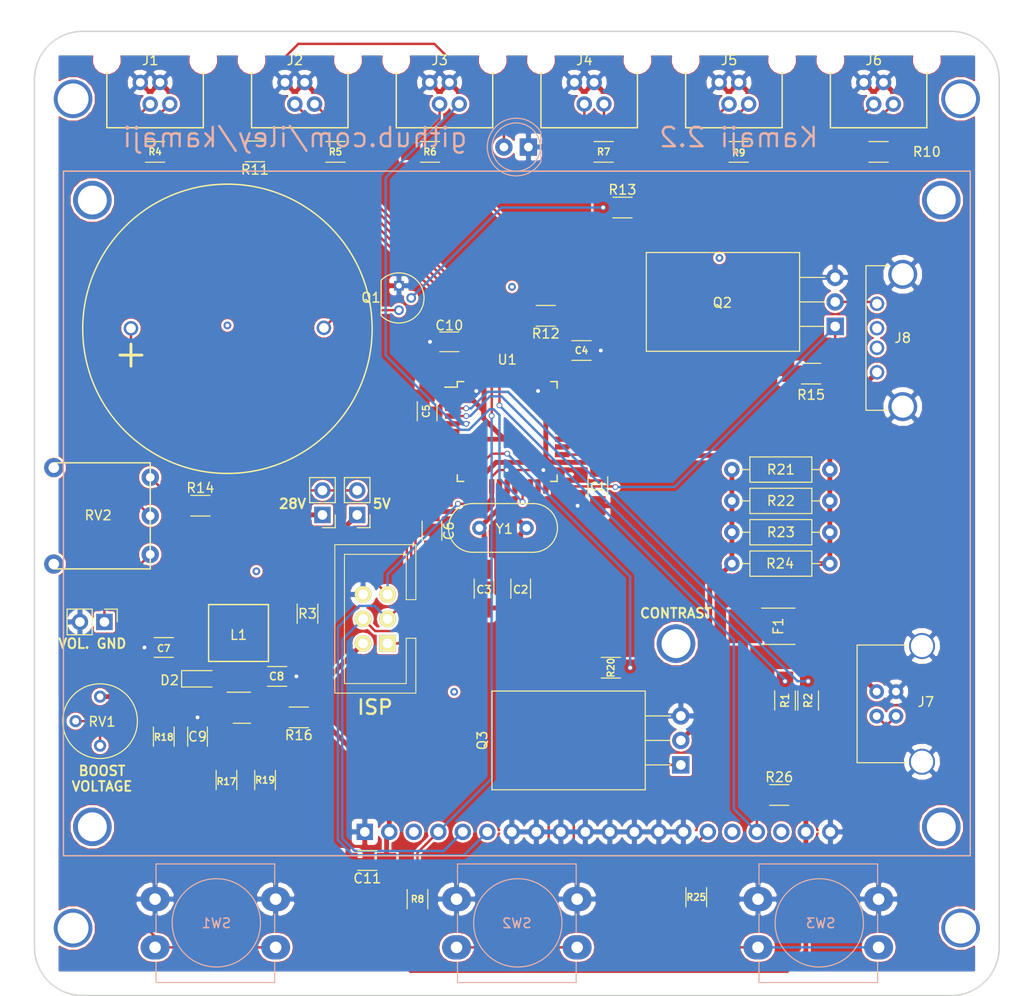
<source format=kicad_pcb>
(kicad_pcb (version 4) (host pcbnew 4.0.7)
  (layers (0 F.Cu signal) (31 B.Cu signal) (34 B.Paste user) (35 F.Paste user) (36 B.SilkS user) (37 F.SilkS user) (38 B.Mask user) (39 F.Mask user) (44 Edge.Cuts user))
  (net 0 "")
  (net 1 "Net-(BC1-Pad1)")
  (net 2 "Net-(BC1-Pad4)")
  (net 3 VCC)
  (net 4 "Net-(C2-Pad1)")
  (net 5 "Net-(C3-Pad1)")
  (net 6 "Net-(C5-Pad1)")
  (net 7 /LCD_CS)
  (net 8 /MOSI)
  (net 9 /SCK)
  (net 10 "Net-(DS1-Pad15)")
  (net 11 /LCD_RST)
  (net 12 "Net-(F1-Pad1)")
  (net 13 "Net-(J1-Pad2)")
  (net 14 /PBTN1)
  (net 15 "Net-(J2-Pad2)")
  (net 16 /PBTN2)
  (net 17 "Net-(J3-Pad2)")
  (net 18 /PBTN3)
  (net 19 "Net-(J4-Pad2)")
  (net 20 /PBTN4)
  (net 21 "Net-(J5-Pad2)")
  (net 22 /PBTN5)
  (net 23 /MISO)
  (net 24 /RST)
  (net 25 /USB_D-)
  (net 26 /USB_D+)
  (net 27 "Net-(J8-Pad4)")
  (net 28 "Net-(JP2-Pad2)")
  (net 29 "Net-(LS1-Pad2)")
  (net 30 "Net-(LS1-Pad1)")
  (net 31 "Net-(Q1-Pad2)")
  (net 32 /LAMP)
  (net 33 /DUMMY_EN)
  (net 34 /PLED1)
  (net 35 /PLED2)
  (net 36 /PLED3)
  (net 37 /PLED4)
  (net 38 /PLED5)
  (net 39 /SOUND)
  (net 40 "Net-(R14-Pad1)")
  (net 41 "Net-(R17-Pad1)")
  (net 42 "Net-(R18-Pad2)")
  (net 43 /CBTN1)
  (net 44 /CBTN2)
  (net 45 /CBTN3)
  (net 46 "Net-(J6-Pad2)")
  (net 47 /PBTN6)
  (net 48 /PLED6)
  (net 49 GND)
  (net 50 "/Boost Converter/BOOST_FB")
  (net 51 "/Boost Converter/BOOST_VOUT")
  (net 52 /USBBD-)
  (net 53 /USBBD+)
  (net 54 /SIGNAL_LED)
  (net 55 "Net-(JP1-Pad1)")
  (net 56 /DUMMY-)
  (net 57 "Net-(D1-Pad2)")
  (net 58 "Net-(R12-Pad1)")
  (module kamaji:Via_0.8mm (layer F.Cu) (at 70 80.5)
    (fp_text reference VIA** hide)
    (fp_text value Via_0.8mm hide)
    (pad 1 thru_hole circle (at 0 0) (size 0.8 0.8) (drill 0.4) (layers *.Cu))
  )
  (module kamaji:Via_0.8mm (layer F.Cu) (at 93.5 118.5)
    (fp_text reference VIA** hide)
    (fp_text value Via_0.8mm hide)
    (pad 1 thru_hole circle (at 0 0) (size 0.8 0.8) (drill 0.4) (layers *.Cu))
  )
  (module kamaji:Via_0.8mm (layer F.Cu) (at 121 73.5)
    (fp_text reference VIA** hide)
    (fp_text value Via_0.8mm hide)
    (pad 1 thru_hole circle (at 0 0) (size 0.8 0.8) (drill 0.4) (layers *.Cu))
  )
  (module kamaji:Via_0.8mm (layer F.Cu) (at 99.5 76.5)
    (fp_text reference VIA** hide)
    (fp_text value Via_0.8mm hide)
    (pad 1 thru_hole circle (at 0 0) (size 0.8 0.8) (drill 0.4) (layers *.Cu))
  )
  (module Resistors_THT:R_Axial_DIN0207_L6.3mm_D2.5mm_P10.16mm_Horizontal (layer F.Cu) (at 132.45 95.45 180)
    (fp_text reference R21 (at 5.08 0 180) (layer F.SilkS))
    (fp_text value 200R)
    (pad 1 thru_hole circle (at 0 0 180) (size 1.6 1.6) (drill 0.8) (layers *.Cu *.Mask) (net 3 VCC))
    (pad 2 thru_hole oval (at 10.16 0 180) (size 1.6 1.6) (drill 0.8) (layers *.Cu *.Mask) (net 56 /DUMMY-))
  )
  (module kamaji:TO-220-3_Horizontal (layer F.Cu) (at 133 80.6 90)
    (fp_text reference Q2 (at 2.45 -11.7 180) (layer F.SilkS))
    (fp_text value IRL540N)
    (pad 1 thru_hole rect (at 0 0 90) (size 1.8 1.8) (drill 1) (layers *.Cu *.Mask) (net 32 /LAMP))
    (pad 2 thru_hole oval (at 2.54 0 90) (size 1.8 1.8) (drill 1) (layers *.Cu *.Mask) (net 27 "Net-(J8-Pad4)"))
    (pad 3 thru_hole oval (at 5.08 0 90) (size 1.8 1.8) (drill 1) (layers *.Cu *.Mask) (net 49 GND))
  )
  (module TO_SOT_Packages_THT:TO-92_Molded_Narrow (layer F.Cu) (at 87.78 76.38 270)
    (fp_text reference Q1 (at 1.24 2.9 540) (layer F.SilkS))
    (fp_text value 2N3904)
    (pad 2 thru_hole circle (at 1.27 -1.27) (size 1 1) (drill 0.6) (layers *.Cu *.Mask) (net 31 "Net-(Q1-Pad2)"))
    (pad 3 thru_hole circle (at 2.54 0) (size 1 1) (drill 0.6) (layers *.Cu *.Mask) (net 29 "Net-(LS1-Pad2)"))
    (pad 1 thru_hole rect (at 0 0) (size 1 1) (drill 0.6) (layers *.Cu *.Mask) (net 49 GND))
  )
  (module TO_SOT_Packages_SMD:SOT-23-5_HandSoldering (layer F.Cu) (at 71.5 120.15)
    (fp_text reference BC1 hide)
    (fp_text value LM27313)
    (pad 1 smd rect (at -1.35 -0.95) (size 1.56 0.65) (layers F.Cu F.Paste F.Mask) (net 1 "Net-(BC1-Pad1)"))
    (pad 2 smd rect (at -1.35 0) (size 1.56 0.65) (layers F.Cu F.Paste F.Mask) (net 49 GND))
    (pad 3 smd rect (at -1.35 0.95) (size 1.56 0.65) (layers F.Cu F.Paste F.Mask) (net 50 "/Boost Converter/BOOST_FB"))
    (pad 4 smd rect (at 1.35 0.95) (size 1.56 0.65) (layers F.Cu F.Paste F.Mask) (net 2 "Net-(BC1-Pad4)"))
    (pad 5 smd rect (at 1.35 -0.95) (size 1.56 0.65) (layers F.Cu F.Paste F.Mask) (net 3 VCC))
  )
  (module Capacitors_SMD:C_1206_HandSoldering (layer F.Cu) (at 108.4 97.2 270)
    (fp_text reference C1 (at 0 0 360) (layer F.SilkS) (effects (font (size 0.8 0.8))))
    (fp_text value 10uF)
    (pad 1 smd rect (at -2 0 270) (size 2 1.6) (layers F.Cu F.Paste F.Mask) (net 3 VCC))
    (pad 2 smd rect (at 2 0 270) (size 2 1.6) (layers F.Cu F.Paste F.Mask) (net 49 GND))
  )
  (module Capacitors_SMD:C_1206_HandSoldering (layer F.Cu) (at 100.4 107.8 270)
    (fp_text reference C2 (at 0.1 0 360) (layer F.SilkS) (effects (font (size 0.8 0.8))))
    (fp_text value 18pF)
    (pad 1 smd rect (at -2 0 270) (size 2 1.6) (layers F.Cu F.Paste F.Mask) (net 4 "Net-(C2-Pad1)"))
    (pad 2 smd rect (at 2 0 270) (size 2 1.6) (layers F.Cu F.Paste F.Mask) (net 49 GND))
  )
  (module Capacitors_SMD:C_1206_HandSoldering (layer F.Cu) (at 96.6 107.8 270)
    (fp_text reference C3 (at 0.1 0 360) (layer F.SilkS) (effects (font (size 0.8 0.8))))
    (fp_text value 18pF)
    (pad 1 smd rect (at -2 0 270) (size 2 1.6) (layers F.Cu F.Paste F.Mask) (net 5 "Net-(C3-Pad1)"))
    (pad 2 smd rect (at 2 0 270) (size 2 1.6) (layers F.Cu F.Paste F.Mask) (net 49 GND))
  )
  (module Capacitors_SMD:C_1206_HandSoldering (layer F.Cu) (at 106.7 83.1)
    (fp_text reference C4 (at 0 0) (layer F.SilkS) (effects (font (size 0.7 0.7))))
    (fp_text value 0.1uF)
    (pad 1 smd rect (at -2 0) (size 2 1.6) (layers F.Cu F.Paste F.Mask) (net 3 VCC))
    (pad 2 smd rect (at 2 0) (size 2 1.6) (layers F.Cu F.Paste F.Mask) (net 49 GND))
  )
  (module Capacitors_SMD:C_1206_HandSoldering (layer F.Cu) (at 90.7 89.4 90)
    (fp_text reference C5 (at 0 -0.1 90) (layer F.SilkS) (effects (font (size 0.7 0.7))))
    (fp_text value 0.1uF)
    (pad 1 smd rect (at -2 0 90) (size 2 1.6) (layers F.Cu F.Paste F.Mask) (net 6 "Net-(C5-Pad1)"))
    (pad 2 smd rect (at 2 0 90) (size 2 1.6) (layers F.Cu F.Paste F.Mask) (net 49 GND))
  )
  (module Capacitors_SMD:C_1206_HandSoldering (layer F.Cu) (at 91.2 101.8 270)
    (fp_text reference C6 (at 0 -1.75 270) (layer F.SilkS))
    (fp_text value 0.1uF)
    (pad 1 smd rect (at -2 0 270) (size 2 1.6) (layers F.Cu F.Paste F.Mask) (net 3 VCC))
    (pad 2 smd rect (at 2 0 270) (size 2 1.6) (layers F.Cu F.Paste F.Mask) (net 49 GND))
  )
  (module Capacitors_SMD:C_1206_HandSoldering (layer F.Cu) (at 63.4 113.9 180)
    (fp_text reference C7 (at 0 -0.1 180) (layer F.SilkS) (effects (font (size 0.7 0.7))))
    (fp_text value 4.7uF)
    (pad 1 smd rect (at -2 0 180) (size 2 1.6) (layers F.Cu F.Paste F.Mask) (net 51 "/Boost Converter/BOOST_VOUT"))
    (pad 2 smd rect (at 2 0 180) (size 2 1.6) (layers F.Cu F.Paste F.Mask) (net 49 GND))
  )
  (module Capacitors_SMD:C_1206_HandSoldering (layer F.Cu) (at 75.15 116.9)
    (fp_text reference C8 (at -0.05 0) (layer F.SilkS) (effects (font (size 0.8 0.8))))
    (fp_text value 2.2uF)
    (pad 1 smd rect (at -2 0) (size 2 1.6) (layers F.Cu F.Paste F.Mask) (net 3 VCC))
    (pad 2 smd rect (at 2 0) (size 2 1.6) (layers F.Cu F.Paste F.Mask) (net 49 GND))
  )
  (module Capacitors_SMD:C_1206_HandSoldering (layer F.Cu) (at 66.9 123.15 90)
    (fp_text reference C9 (at 0 0 180) (layer F.SilkS))
    (fp_text value 220pF)
    (pad 1 smd rect (at -2 0 90) (size 2 1.6) (layers F.Cu F.Paste F.Mask) (net 50 "/Boost Converter/BOOST_FB"))
    (pad 2 smd rect (at 2 0 90) (size 2 1.6) (layers F.Cu F.Paste F.Mask) (net 49 GND))
  )
  (module Capacitors_SMD:C_1206_HandSoldering (layer F.Cu) (at 93 82.2 180)
    (fp_text reference C10 (at 0 1.7 360) (layer F.SilkS))
    (fp_text value 0.1uF)
    (pad 1 smd rect (at -2 0 180) (size 2 1.6) (layers F.Cu F.Paste F.Mask) (net 3 VCC))
    (pad 2 smd rect (at 2 0 180) (size 2 1.6) (layers F.Cu F.Paste F.Mask) (net 49 GND))
  )
  (module Diodes_SMD:D_SOD-323_HandSoldering (layer F.Cu) (at 67.15 117.15)
    (fp_text reference D2 (at -3.15 0.15) (layer F.SilkS))
    (fp_text value MBR0540)
    (pad 1 smd rect (at -1.25 0) (size 1 1) (layers F.Cu F.Paste F.Mask) (net 51 "/Boost Converter/BOOST_VOUT"))
    (pad 2 smd rect (at 1.25 0) (size 1 1) (layers F.Cu F.Paste F.Mask) (net 1 "Net-(BC1-Pad1)"))
  )
  (module Resistors_SMD:R_1812_HandSoldering (layer F.Cu) (at 127.1 111.7 180)
    (fp_text reference F1 (at 0 0 270) (layer F.SilkS))
    (fp_text value 1A)
    (pad 1 smd rect (at -3.4 0 180) (size 3.5 3.5) (layers F.Cu F.Paste F.Mask) (net 12 "Net-(F1-Pad1)"))
    (pad 2 smd rect (at 3.4 0 180) (size 3.5 3.5) (layers F.Cu F.Paste F.Mask) (net 3 VCC))
  )
  (module kamaji:Inductor_PIS2408_SMD (layer F.Cu) (at 71.15 112.4 270)
    (fp_text reference L1 (at 0.2 0 360) (layer F.SilkS))
    (fp_text value 10uH)
    (pad 1 smd rect (at 0 -3 270) (size 1.9 1.4) (layers F.Cu F.Paste F.Mask) (net 3 VCC))
    (pad 2 smd rect (at 0 3 270) (size 1.9 1.4) (layers F.Cu F.Paste F.Mask) (net 1 "Net-(BC1-Pad1)"))
  )
  (module Resistors_SMD:R_1206_HandSoldering (layer F.Cu) (at 127.8 119.4 270)
    (fp_text reference R1 (at 0 0 450) (layer F.SilkS) (effects (font (size 0.8 0.8))))
    (fp_text value 22R)
    (pad 1 smd rect (at -2 0 270) (size 2 1.7) (layers F.Cu F.Paste F.Mask) (net 26 /USB_D+))
    (pad 2 smd rect (at 2 0 270) (size 2 1.7) (layers F.Cu F.Paste F.Mask) (net 53 /USBBD+))
  )
  (module Resistors_SMD:R_1206_HandSoldering (layer F.Cu) (at 130.2 119.4 270)
    (fp_text reference R2 (at 0 0 450) (layer F.SilkS) (effects (font (size 0.8 0.8))))
    (fp_text value 22R)
    (pad 1 smd rect (at -2 0 270) (size 2 1.7) (layers F.Cu F.Paste F.Mask) (net 25 /USB_D-))
    (pad 2 smd rect (at 2 0 270) (size 2 1.7) (layers F.Cu F.Paste F.Mask) (net 52 /USBBD-))
  )
  (module Resistors_SMD:R_1206_HandSoldering (layer F.Cu) (at 78.3 110.4 90)
    (fp_text reference R3 (at 0 0 180) (layer F.SilkS))
    (fp_text value 10K)
    (pad 1 smd rect (at -2 0 90) (size 2 1.7) (layers F.Cu F.Paste F.Mask) (net 3 VCC))
    (pad 2 smd rect (at 2 0 90) (size 2 1.7) (layers F.Cu F.Paste F.Mask) (net 24 /RST))
  )
  (module Resistors_SMD:R_1206_HandSoldering (layer F.Cu) (at 62.5 62.5)
    (fp_text reference R4 (at 0 0) (layer F.SilkS) (effects (font (size 0.7 0.7))))
    (fp_text value 220R)
    (pad 1 smd rect (at -2 0) (size 2 1.7) (layers F.Cu F.Paste F.Mask) (net 13 "Net-(J1-Pad2)"))
    (pad 2 smd rect (at 2 0) (size 2 1.7) (layers F.Cu F.Paste F.Mask) (net 34 /PLED1))
  )
  (module Resistors_SMD:R_1206_HandSoldering (layer F.Cu) (at 81.2 62.5)
    (fp_text reference R5 (at 0 0) (layer F.SilkS) (effects (font (size 0.7 0.7))))
    (fp_text value 220R)
    (pad 1 smd rect (at -2 0) (size 2 1.7) (layers F.Cu F.Paste F.Mask) (net 15 "Net-(J2-Pad2)"))
    (pad 2 smd rect (at 2 0) (size 2 1.7) (layers F.Cu F.Paste F.Mask) (net 35 /PLED2))
  )
  (module Resistors_SMD:R_1206_HandSoldering (layer F.Cu) (at 91 62.5)
    (fp_text reference R6 (at 0 0) (layer F.SilkS) (effects (font (size 0.7 0.7))))
    (fp_text value 220R)
    (pad 1 smd rect (at -2 0) (size 2 1.7) (layers F.Cu F.Paste F.Mask) (net 17 "Net-(J3-Pad2)"))
    (pad 2 smd rect (at 2 0) (size 2 1.7) (layers F.Cu F.Paste F.Mask) (net 36 /PLED3))
  )
  (module Resistors_SMD:R_1206_HandSoldering (layer F.Cu) (at 109 62.5)
    (fp_text reference R7 (at 0 0) (layer F.SilkS) (effects (font (size 0.7 0.7))))
    (fp_text value 220R)
    (pad 1 smd rect (at -2 0) (size 2 1.7) (layers F.Cu F.Paste F.Mask) (net 19 "Net-(J4-Pad2)"))
    (pad 2 smd rect (at 2 0) (size 2 1.7) (layers F.Cu F.Paste F.Mask) (net 37 /PLED4))
  )
  (module Resistors_SMD:R_1206_HandSoldering (layer F.Cu) (at 89.7 140 90)
    (fp_text reference R8 (at 0 0 180) (layer F.SilkS) (effects (font (size 0.7 0.7))))
    (fp_text value 10K)
    (pad 1 smd rect (at -2 0 90) (size 2 1.7) (layers F.Cu F.Paste F.Mask) (net 49 GND))
    (pad 2 smd rect (at 2 0 90) (size 2 1.7) (layers F.Cu F.Paste F.Mask) (net 7 /LCD_CS))
  )
  (module Resistors_SMD:R_1206_HandSoldering (layer F.Cu) (at 123 62.5)
    (fp_text reference R9 (at 0 0.1) (layer F.SilkS) (effects (font (size 0.7 0.7))))
    (fp_text value 220R)
    (pad 1 smd rect (at -2 0) (size 2 1.7) (layers F.Cu F.Paste F.Mask) (net 21 "Net-(J5-Pad2)"))
    (pad 2 smd rect (at 2 0) (size 2 1.7) (layers F.Cu F.Paste F.Mask) (net 38 /PLED5))
  )
  (module Resistors_SMD:R_1206_HandSoldering (layer F.Cu) (at 137.5 62.5)
    (fp_text reference R10 (at 5 0) (layer F.SilkS))
    (fp_text value 220R)
    (pad 1 smd rect (at -2 0) (size 2 1.7) (layers F.Cu F.Paste F.Mask) (net 46 "Net-(J6-Pad2)"))
    (pad 2 smd rect (at 2 0) (size 2 1.7) (layers F.Cu F.Paste F.Mask) (net 48 /PLED6))
  )
  (module Resistors_SMD:R_1206_HandSoldering (layer F.Cu) (at 110.95 68.275)
    (fp_text reference R13 (at 0 -1.85) (layer F.SilkS))
    (fp_text value 1K)
    (pad 1 smd rect (at -2 0) (size 2 1.7) (layers F.Cu F.Paste F.Mask) (net 31 "Net-(Q1-Pad2)"))
    (pad 2 smd rect (at 2 0) (size 2 1.7) (layers F.Cu F.Paste F.Mask) (net 39 /SOUND))
  )
  (module Resistors_SMD:R_1206_HandSoldering (layer F.Cu) (at 67.2 99.2)
    (fp_text reference R14 (at 0 -1.85) (layer F.SilkS))
    (fp_text value 0)
    (pad 1 smd rect (at -2 0) (size 2 1.7) (layers F.Cu F.Paste F.Mask) (net 40 "Net-(R14-Pad1)"))
    (pad 2 smd rect (at 2 0) (size 2 1.7) (layers F.Cu F.Paste F.Mask) (net 28 "Net-(JP2-Pad2)"))
  )
  (module Resistors_SMD:R_1206_HandSoldering (layer F.Cu) (at 130.5 85.5 180)
    (fp_text reference R15 (at 0 -2.2 180) (layer F.SilkS))
    (fp_text value 10K)
    (pad 1 smd rect (at -2 0 180) (size 2 1.7) (layers F.Cu F.Paste F.Mask) (net 32 /LAMP))
    (pad 2 smd rect (at 2 0 180) (size 2 1.7) (layers F.Cu F.Paste F.Mask) (net 49 GND))
  )
  (module Resistors_SMD:R_1206_HandSoldering (layer F.Cu) (at 77.4 121.15 180)
    (fp_text reference R16 (at 0 -1.85 180) (layer F.SilkS))
    (fp_text value 51K)
    (pad 1 smd rect (at -2 0 180) (size 2 1.7) (layers F.Cu F.Paste F.Mask) (net 3 VCC))
    (pad 2 smd rect (at 2 0 180) (size 2 1.7) (layers F.Cu F.Paste F.Mask) (net 2 "Net-(BC1-Pad4)"))
  )
  (module Resistors_SMD:R_1206_HandSoldering (layer F.Cu) (at 69.9 127.65 90)
    (fp_text reference R17 (at -0.15 0 180) (layer F.SilkS) (effects (font (size 0.7 0.7))))
    (fp_text value 13K3)
    (pad 1 smd rect (at -2 0 90) (size 2 1.7) (layers F.Cu F.Paste F.Mask) (net 41 "Net-(R17-Pad1)"))
    (pad 2 smd rect (at 2 0 90) (size 2 1.7) (layers F.Cu F.Paste F.Mask) (net 50 "/Boost Converter/BOOST_FB"))
  )
  (module Resistors_SMD:R_1206_HandSoldering (layer F.Cu) (at 63.4 123.15 90)
    (fp_text reference R18 (at -0.05 0 180) (layer F.SilkS) (effects (font (size 0.7 0.7))))
    (fp_text value 100K)
    (pad 1 smd rect (at -2 0 90) (size 2 1.7) (layers F.Cu F.Paste F.Mask) (net 50 "/Boost Converter/BOOST_FB"))
    (pad 2 smd rect (at 2 0 90) (size 2 1.7) (layers F.Cu F.Paste F.Mask) (net 42 "Net-(R18-Pad2)"))
  )
  (module Resistors_SMD:R_1206_HandSoldering (layer F.Cu) (at 73.9 127.65 90)
    (fp_text reference R19 (at 0 0 180) (layer F.SilkS) (effects (font (size 0.7 0.7))))
    (fp_text value 680R)
    (pad 1 smd rect (at -2 0 90) (size 2 1.7) (layers F.Cu F.Paste F.Mask) (net 41 "Net-(R17-Pad1)"))
    (pad 2 smd rect (at 2 0 90) (size 2 1.7) (layers F.Cu F.Paste F.Mask) (net 49 GND))
  )
  (module Resistors_SMD:R_1206_HandSoldering (layer F.Cu) (at 109.75 116 180)
    (fp_text reference R20 (at 0 0 270) (layer F.SilkS) (effects (font (size 0.7 0.7))))
    (fp_text value 10K)
    (pad 1 smd rect (at -2 0 180) (size 2 1.7) (layers F.Cu F.Paste F.Mask) (net 33 /DUMMY_EN))
    (pad 2 smd rect (at 2 0 180) (size 2 1.7) (layers F.Cu F.Paste F.Mask) (net 49 GND))
  )
  (module Resistors_SMD:R_1206_HandSoldering (layer F.Cu) (at 118.6 139.8 90)
    (fp_text reference R25 (at 0 0 180) (layer F.SilkS) (effects (font (size 0.7 0.7))))
    (fp_text value 10K)
    (pad 1 smd rect (at -2 0 90) (size 2 1.7) (layers F.Cu F.Paste F.Mask) (net 49 GND))
    (pad 2 smd rect (at 2 0 90) (size 2 1.7) (layers F.Cu F.Paste F.Mask) (net 10 "Net-(DS1-Pad15)"))
  )
  (module Resistors_SMD:R_1206_HandSoldering (layer F.Cu) (at 127.2 129.2)
    (fp_text reference R26 (at 0 -1.85) (layer F.SilkS))
    (fp_text value 10K)
    (pad 1 smd rect (at -2 0) (size 2 1.7) (layers F.Cu F.Paste F.Mask) (net 11 /LCD_RST))
    (pad 2 smd rect (at 2 0) (size 2 1.7) (layers F.Cu F.Paste F.Mask) (net 3 VCC))
  )
  (module Potentiometers:Potentiometer_Trimmer_Bourns_3339P_Horizontal (layer F.Cu) (at 56.8 124.08)
    (fp_text reference RV1 (at 0.2 -2.48) (layer F.SilkS))
    (fp_text value 200K)
    (pad 3 thru_hole circle (at 0 -5.08) (size 1.26 1.26) (drill 0.7) (layers *.Cu *.Mask) (net 51 "/Boost Converter/BOOST_VOUT"))
    (pad 2 thru_hole circle (at -2.54 -2.54) (size 1.26 1.26) (drill 0.7) (layers *.Cu *.Mask) (net 42 "Net-(R18-Pad2)"))
    (pad 1 thru_hole circle (at 0 0) (size 1.26 1.26) (drill 0.7) (layers *.Cu *.Mask) (net 42 "Net-(R18-Pad2)"))
  )
  (module Housings_QFP:TQFP-44_10x10mm_Pitch0.8mm (layer F.Cu) (at 99 91.5)
    (fp_text reference U1 (at 0 -7.45) (layer F.SilkS))
    (fp_text value ATMEGA32U4-AU)
    (pad 1 smd rect (at -5.7 -4) (size 1.5 0.55) (layers F.Cu F.Paste F.Mask) (net 14 /PBTN1))
    (pad 2 smd rect (at -5.7 -3.2) (size 1.5 0.55) (layers F.Cu F.Paste F.Mask) (net 3 VCC))
    (pad 3 smd rect (at -5.7 -2.4) (size 1.5 0.55) (layers F.Cu F.Paste F.Mask) (net 25 /USB_D-))
    (pad 4 smd rect (at -5.7 -1.6) (size 1.5 0.55) (layers F.Cu F.Paste F.Mask) (net 26 /USB_D+))
    (pad 5 smd rect (at -5.7 -0.8) (size 1.5 0.55) (layers F.Cu F.Paste F.Mask) (net 49 GND))
    (pad 6 smd rect (at -5.7 0) (size 1.5 0.55) (layers F.Cu F.Paste F.Mask) (net 6 "Net-(C5-Pad1)"))
    (pad 7 smd rect (at -5.7 0.8) (size 1.5 0.55) (layers F.Cu F.Paste F.Mask) (net 3 VCC))
    (pad 8 smd rect (at -5.7 1.6) (size 1.5 0.55) (layers F.Cu F.Paste F.Mask) (net 43 /CBTN1))
    (pad 9 smd rect (at -5.7 2.4) (size 1.5 0.55) (layers F.Cu F.Paste F.Mask) (net 9 /SCK))
    (pad 10 smd rect (at -5.7 3.2) (size 1.5 0.55) (layers F.Cu F.Paste F.Mask) (net 8 /MOSI))
    (pad 11 smd rect (at -5.7 4) (size 1.5 0.55) (layers F.Cu F.Paste F.Mask) (net 23 /MISO))
    (pad 12 smd rect (at -4 5.7 90) (size 1.5 0.55) (layers F.Cu F.Paste F.Mask) (net 33 /DUMMY_EN))
    (pad 13 smd rect (at -3.2 5.7 90) (size 1.5 0.55) (layers F.Cu F.Paste F.Mask) (net 24 /RST))
    (pad 14 smd rect (at -2.4 5.7 90) (size 1.5 0.55) (layers F.Cu F.Paste F.Mask) (net 3 VCC))
    (pad 15 smd rect (at -1.6 5.7 90) (size 1.5 0.55) (layers F.Cu F.Paste F.Mask) (net 49 GND))
    (pad 16 smd rect (at -0.8 5.7 90) (size 1.5 0.55) (layers F.Cu F.Paste F.Mask) (net 5 "Net-(C3-Pad1)"))
    (pad 17 smd rect (at 0 5.7 90) (size 1.5 0.55) (layers F.Cu F.Paste F.Mask) (net 4 "Net-(C2-Pad1)"))
    (pad 18 smd rect (at 0.8 5.7 90) (size 1.5 0.55) (layers F.Cu F.Paste F.Mask))
    (pad 19 smd rect (at 1.6 5.7 90) (size 1.5 0.55) (layers F.Cu F.Paste F.Mask) (net 18 /PBTN3))
    (pad 20 smd rect (at 2.4 5.7 90) (size 1.5 0.55) (layers F.Cu F.Paste F.Mask) (net 44 /CBTN2))
    (pad 21 smd rect (at 3.2 5.7 90) (size 1.5 0.55) (layers F.Cu F.Paste F.Mask) (net 45 /CBTN3))
    (pad 22 smd rect (at 4 5.7 90) (size 1.5 0.55) (layers F.Cu F.Paste F.Mask) (net 32 /LAMP))
    (pad 23 smd rect (at 5.7 4) (size 1.5 0.55) (layers F.Cu F.Paste F.Mask) (net 49 GND))
    (pad 24 smd rect (at 5.7 3.2) (size 1.5 0.55) (layers F.Cu F.Paste F.Mask) (net 3 VCC))
    (pad 25 smd rect (at 5.7 2.4) (size 1.5 0.55) (layers F.Cu F.Paste F.Mask) (net 48 /PLED6))
    (pad 26 smd rect (at 5.7 1.6) (size 1.5 0.55) (layers F.Cu F.Paste F.Mask) (net 47 /PBTN6))
    (pad 27 smd rect (at 5.7 0.8) (size 1.5 0.55) (layers F.Cu F.Paste F.Mask) (net 38 /PLED5))
    (pad 28 smd rect (at 5.7 0) (size 1.5 0.55) (layers F.Cu F.Paste F.Mask) (net 22 /PBTN5))
    (pad 29 smd rect (at 5.7 -0.8) (size 1.5 0.55) (layers F.Cu F.Paste F.Mask) (net 39 /SOUND))
    (pad 30 smd rect (at 5.7 -1.6) (size 1.5 0.55) (layers F.Cu F.Paste F.Mask) (net 37 /PLED4))
    (pad 31 smd rect (at 5.7 -2.4) (size 1.5 0.55) (layers F.Cu F.Paste F.Mask) (net 20 /PBTN4))
    (pad 32 smd rect (at 5.7 -3.2) (size 1.5 0.55) (layers F.Cu F.Paste F.Mask) (net 36 /PLED3))
    (pad 33 smd rect (at 5.7 -4) (size 1.5 0.55) (layers F.Cu F.Paste F.Mask) (net 58 "Net-(R12-Pad1)"))
    (pad 34 smd rect (at 4 -5.7 90) (size 1.5 0.55) (layers F.Cu F.Paste F.Mask) (net 3 VCC))
    (pad 35 smd rect (at 3.2 -5.7 90) (size 1.5 0.55) (layers F.Cu F.Paste F.Mask) (net 49 GND))
    (pad 36 smd rect (at 2.4 -5.7 90) (size 1.5 0.55) (layers F.Cu F.Paste F.Mask) (net 35 /PLED2))
    (pad 37 smd rect (at 1.6 -5.7 90) (size 1.5 0.55) (layers F.Cu F.Paste F.Mask) (net 16 /PBTN2))
    (pad 38 smd rect (at 0.8 -5.7 90) (size 1.5 0.55) (layers F.Cu F.Paste F.Mask) (net 54 /SIGNAL_LED))
    (pad 39 smd rect (at 0 -5.7 90) (size 1.5 0.55) (layers F.Cu F.Paste F.Mask) (net 34 /PLED1))
    (pad 40 smd rect (at -0.8 -5.7 90) (size 1.5 0.55) (layers F.Cu F.Paste F.Mask) (net 11 /LCD_RST))
    (pad 41 smd rect (at -1.6 -5.7 90) (size 1.5 0.55) (layers F.Cu F.Paste F.Mask) (net 7 /LCD_CS))
    (pad 42 smd rect (at -2.4 -5.7 90) (size 1.5 0.55) (layers F.Cu F.Paste F.Mask) (net 3 VCC))
    (pad 43 smd rect (at -3.2 -5.7 90) (size 1.5 0.55) (layers F.Cu F.Paste F.Mask) (net 49 GND))
    (pad 44 smd rect (at -4 -5.7 90) (size 1.5 0.55) (layers F.Cu F.Paste F.Mask) (net 3 VCC))
  )
  (module Crystals:Crystal_HC49-U_Vertical (layer F.Cu) (at 101 101.5 180)
    (fp_text reference Y1 (at 2.3 -0.1 180) (layer F.SilkS))
    (fp_text value 16MHz)
    (pad 1 thru_hole circle (at 0 0 180) (size 1.5 1.5) (drill 0.8) (layers *.Cu *.Mask) (net 4 "Net-(C2-Pad1)"))
    (pad 2 thru_hole circle (at 4.88 0 180) (size 1.5 1.5) (drill 0.8) (layers *.Cu *.Mask) (net 5 "Net-(C3-Pad1)"))
  )
  (module Resistors_THT:R_Axial_DIN0207_L6.3mm_D2.5mm_P10.16mm_Horizontal (layer F.Cu) (at 132.45 98.7 180)
    (fp_text reference R22 (at 5.08 0 180) (layer F.SilkS))
    (fp_text value 200R)
    (pad 1 thru_hole circle (at 0 0 180) (size 1.6 1.6) (drill 0.8) (layers *.Cu *.Mask) (net 3 VCC))
    (pad 2 thru_hole oval (at 10.16 0 180) (size 1.6 1.6) (drill 0.8) (layers *.Cu *.Mask) (net 56 /DUMMY-))
  )
  (module Resistors_THT:R_Axial_DIN0207_L6.3mm_D2.5mm_P10.16mm_Horizontal (layer F.Cu) (at 132.45 101.95 180)
    (fp_text reference R23 (at 5.08 0 180) (layer F.SilkS))
    (fp_text value 200R)
    (pad 1 thru_hole circle (at 0 0 180) (size 1.6 1.6) (drill 0.8) (layers *.Cu *.Mask) (net 3 VCC))
    (pad 2 thru_hole oval (at 10.16 0 180) (size 1.6 1.6) (drill 0.8) (layers *.Cu *.Mask) (net 56 /DUMMY-))
  )
  (module Resistors_THT:R_Axial_DIN0207_L6.3mm_D2.5mm_P10.16mm_Horizontal (layer F.Cu) (at 132.45 105.2 180)
    (fp_text reference R24 (at 5.16 0 180) (layer F.SilkS))
    (fp_text value 200R)
    (pad 1 thru_hole circle (at 0 0 180) (size 1.6 1.6) (drill 0.8) (layers *.Cu *.Mask) (net 3 VCC))
    (pad 2 thru_hole oval (at 10.16 0 180) (size 1.6 1.6) (drill 0.8) (layers *.Cu *.Mask) (net 56 /DUMMY-))
  )
  (module Capacitors_SMD:C_1206_HandSoldering (layer F.Cu) (at 84.5 136 180)
    (fp_text reference C11 (at 0 -1.85 180) (layer F.SilkS))
    (fp_text value 0.1uF)
    (pad 1 smd rect (at -2 0 180) (size 2 1.6) (layers F.Cu F.Paste F.Mask) (net 3 VCC))
    (pad 2 smd rect (at 2 0 180) (size 2 1.6) (layers F.Cu F.Paste F.Mask) (net 49 GND))
  )
  (module LEDs:LED_D5.0mm (layer B.Cu) (at 101.2 62 180)
    (fp_text reference D1 hide)
    (fp_text value LED)
    (pad 1 thru_hole rect (at 0 0 180) (size 1.8 1.8) (drill 0.9) (layers *.Cu *.Mask) (net 49 GND))
    (pad 2 thru_hole circle (at 2.54 0 180) (size 1.8 1.8) (drill 0.9) (layers *.Cu *.Mask) (net 57 "Net-(D1-Pad2)"))
  )
  (module Pin_Headers:Pin_Header_Straight_1x02_Pitch2.54mm (layer F.Cu) (at 57.25 111.25 270)
    (fp_text reference JP1 hide)
    (fp_text value Jumper_NO_Small)
    (pad 1 thru_hole rect (at 0 0 270) (size 1.7 1.7) (drill 1) (layers *.Cu *.Mask) (net 55 "Net-(JP1-Pad1)"))
    (pad 2 thru_hole oval (at 0 2.54 270) (size 1.7 1.7) (drill 1) (layers *.Cu *.Mask) (net 49 GND))
  )
  (module Pin_Headers:Pin_Header_Straight_1x02_Pitch2.54mm (layer F.Cu) (at 79.85 100.15 180)
    (fp_text reference JP2 hide)
    (fp_text value Jumper_NC_Small)
    (pad 1 thru_hole rect (at 0 0 180) (size 1.7 1.7) (drill 1) (layers *.Cu *.Mask) (net 51 "/Boost Converter/BOOST_VOUT"))
    (pad 2 thru_hole oval (at 0 2.54 180) (size 1.7 1.7) (drill 1) (layers *.Cu *.Mask) (net 28 "Net-(JP2-Pad2)"))
  )
  (module Pin_Headers:Pin_Header_Straight_1x02_Pitch2.54mm (layer F.Cu) (at 83.45 100.15 180)
    (fp_text reference JP3 hide)
    (fp_text value SoundVcc2)
    (pad 1 thru_hole rect (at 0 0 180) (size 1.7 1.7) (drill 1) (layers *.Cu *.Mask) (net 3 VCC))
    (pad 2 thru_hole oval (at 0 2.54 180) (size 1.7 1.7) (drill 1) (layers *.Cu *.Mask) (net 28 "Net-(JP2-Pad2)"))
  )
  (module kamaji:LCD12864 (layer B.Cu) (at 100 100 180)
    (fp_text reference DS1 hide)
    (fp_text value LCD12864B)
    (pad 1 thru_hole rect (at 15.758966 -33.024284 90) (size 1.7 1.7) (drill 1) (layers *.Cu *.Mask) (net 49 GND))
    (pad 2 thru_hole oval (at 13.218966 -33.024284 90) (size 1.7 1.7) (drill 1) (layers *.Cu *.Mask) (net 3 VCC))
    (pad 3 thru_hole oval (at 10.678966 -33.024284 90) (size 1.7 1.7) (drill 1) (layers *.Cu *.Mask))
    (pad 4 thru_hole oval (at 8.138966 -33.024284 90) (size 1.7 1.7) (drill 1) (layers *.Cu *.Mask) (net 7 /LCD_CS))
    (pad 5 thru_hole oval (at 5.598966 -33.024284 90) (size 1.7 1.7) (drill 1) (layers *.Cu *.Mask) (net 8 /MOSI))
    (pad 6 thru_hole oval (at 3.058966 -33.024284 90) (size 1.7 1.7) (drill 1) (layers *.Cu *.Mask) (net 9 /SCK))
    (pad 7 thru_hole oval (at 0.518966 -33.024284 90) (size 1.7 1.7) (drill 1) (layers *.Cu *.Mask) (net 49 GND))
    (pad 8 thru_hole oval (at -2.021034 -33.024284 90) (size 1.7 1.7) (drill 1) (layers *.Cu *.Mask) (net 49 GND))
    (pad 9 thru_hole oval (at -4.561034 -33.024284 90) (size 1.7 1.7) (drill 1) (layers *.Cu *.Mask) (net 49 GND))
    (pad 10 thru_hole oval (at -7.101034 -33.024284 90) (size 1.7 1.7) (drill 1) (layers *.Cu *.Mask) (net 49 GND))
    (pad 11 thru_hole oval (at -9.641034 -33.024284 90) (size 1.7 1.7) (drill 1) (layers *.Cu *.Mask) (net 49 GND))
    (pad 12 thru_hole oval (at -12.181034 -33.024284 90) (size 1.7 1.7) (drill 1) (layers *.Cu *.Mask) (net 49 GND))
    (pad 13 thru_hole oval (at -14.721034 -33.024284 90) (size 1.7 1.7) (drill 1) (layers *.Cu *.Mask) (net 49 GND))
    (pad 14 thru_hole oval (at -17.261034 -33.024284 90) (size 1.7 1.7) (drill 1) (layers *.Cu *.Mask) (net 49 GND))
    (pad 15 thru_hole oval (at -19.801034 -33.024284 90) (size 1.7 1.7) (drill 1) (layers *.Cu *.Mask) (net 10 "Net-(DS1-Pad15)"))
    (pad 16 thru_hole oval (at -22.341034 -33.024284 90) (size 1.7 1.7) (drill 1) (layers *.Cu *.Mask))
    (pad 17 thru_hole oval (at -24.881034 -33.024284 90) (size 1.7 1.7) (drill 1) (layers *.Cu *.Mask) (net 11 /LCD_RST))
    (pad 18 thru_hole oval (at -27.421034 -33.024284 90) (size 1.7 1.7) (drill 1) (layers *.Cu *.Mask))
    (pad 19 thru_hole oval (at -29.961034 -33.024284 90) (size 1.7 1.7) (drill 1) (layers *.Cu *.Mask) (net 3 VCC))
    (pad 20 thru_hole oval (at -32.501034 -33.024284 90) (size 1.7 1.7) (drill 1) (layers *.Cu *.Mask) (net 49 GND))
    (pad "" np_thru_hole circle (at -16.5 -13.5 180) (size 4 4) (drill 3) (layers *.Cu *.Mask))
    (pad "" np_thru_hole circle (at -44 32.5 180) (size 4 4) (drill 3) (layers *.Cu *.Mask))
    (pad "" np_thru_hole circle (at 44 32.5 180) (size 4 4) (drill 3) (layers *.Cu *.Mask))
    (pad "" np_thru_hole circle (at 44 -32.5 180) (size 4 4) (drill 3) (layers *.Cu *.Mask))
    (pad "" np_thru_hole circle (at -44 -32.5 180) (size 4 4) (drill 3) (layers *.Cu *.Mask))
  )
  (module kamaji:USB_B (layer F.Cu) (at 137.3 118.48)
    (fp_text reference J7 (at 5.1 1.07 180) (layer F.SilkS))
    (fp_text value USB_B)
    (pad 2 thru_hole circle (at 0 2.54 270) (size 1.52 1.52) (drill 0.81) (layers *.Cu *.Mask) (net 52 /USBBD-))
    (pad 1 thru_hole circle (at 0 0 270) (size 1.52 1.52) (drill 0.81) (layers *.Cu *.Mask) (net 12 "Net-(F1-Pad1)"))
    (pad 4 thru_hole circle (at 2 0 270) (size 1.52 1.52) (drill 0.81) (layers *.Cu *.Mask) (net 49 GND))
    (pad 3 thru_hole circle (at 2 2.54 270) (size 1.52 1.52) (drill 0.81) (layers *.Cu *.Mask) (net 53 /USBBD+))
    (pad 5 thru_hole circle (at 4.7 7.27 270) (size 2.7 2.7) (drill 2.3) (layers *.Cu *.Mask) (net 49 GND))
    (pad 5 thru_hole circle (at 4.7 -4.73 270) (size 2.7 2.7) (drill 2.3) (layers *.Cu *.Mask) (net 49 GND))
  )
  (module kamaji:USB_A (layer F.Cu) (at 137.33 85.36 90)
    (fp_text reference J8 (at 3.56 2.67 180) (layer F.SilkS))
    (fp_text value USB_A)
    (pad 4 thru_hole circle (at 7.11 0) (size 1.5 1.5) (drill 1) (layers *.Cu *.Mask) (net 27 "Net-(J8-Pad4)"))
    (pad 3 thru_hole circle (at 4.57 0) (size 1.5 1.5) (drill 1) (layers *.Cu *.Mask))
    (pad 2 thru_hole circle (at 2.54 0) (size 1.5 1.5) (drill 1) (layers *.Cu *.Mask))
    (pad 1 thru_hole circle (at 0 0) (size 1.5 1.5) (drill 1) (layers *.Cu *.Mask) (net 3 VCC))
    (pad 5 thru_hole circle (at 10.16 2.67) (size 3 3) (drill 2.3) (layers *.Cu *.Mask) (net 49 GND))
    (pad 5 thru_hole circle (at -3.56 2.67) (size 3 3) (drill 2.3) (layers *.Cu *.Mask) (net 49 GND))
  )
  (module kamaji:RJ10 (layer F.Cu) (at 137.5 47 180)
    (fp_text reference J6 (at 0.5 -6 180) (layer F.SilkS))
    (fp_text value RJ10)
    (pad 1 thru_hole circle (at 1.53 -8.3 180) (size 1.6 1.6) (drill 0.9) (layers *.Cu *.Mask) (net 49 GND))
    (pad 2 thru_hole circle (at 0.51 -10.54 180) (size 1.6 1.6) (drill 0.9) (layers *.Cu *.Mask) (net 46 "Net-(J6-Pad2)"))
    (pad 3 thru_hole circle (at -0.51 -8.3 180) (size 1.6 1.6) (drill 0.9) (layers *.Cu *.Mask) (net 49 GND))
    (pad 4 thru_hole circle (at -1.53 -10.54 180) (size 1.6 1.6) (drill 0.9) (layers *.Cu *.Mask) (net 47 /PBTN6))
    (pad "" np_thru_hole circle (at 5 -6 180) (size 2.36 2.36) (drill 2.36) (layers *.Cu *.Mask))
    (pad "" np_thru_hole circle (at -5 -6 180) (size 2.36 2.36) (drill 2.36) (layers *.Cu *.Mask))
  )
  (module kamaji:RJ10 (layer F.Cu) (at 122.5 47 180)
    (fp_text reference J5 (at 0.5 -6 180) (layer F.SilkS))
    (fp_text value RJ10)
    (pad 1 thru_hole circle (at 1.53 -8.3 180) (size 1.6 1.6) (drill 0.9) (layers *.Cu *.Mask) (net 49 GND))
    (pad 2 thru_hole circle (at 0.51 -10.54 180) (size 1.6 1.6) (drill 0.9) (layers *.Cu *.Mask) (net 21 "Net-(J5-Pad2)"))
    (pad 3 thru_hole circle (at -0.51 -8.3 180) (size 1.6 1.6) (drill 0.9) (layers *.Cu *.Mask) (net 49 GND))
    (pad 4 thru_hole circle (at -1.53 -10.54 180) (size 1.6 1.6) (drill 0.9) (layers *.Cu *.Mask) (net 22 /PBTN5))
    (pad "" np_thru_hole circle (at 5 -6 180) (size 2.36 2.36) (drill 2.36) (layers *.Cu *.Mask))
    (pad "" np_thru_hole circle (at -5 -6 180) (size 2.36 2.36) (drill 2.36) (layers *.Cu *.Mask))
  )
  (module kamaji:RJ10 (layer F.Cu) (at 62.5 47 180)
    (fp_text reference J1 (at 0.5 -6 180) (layer F.SilkS))
    (fp_text value RJ10)
    (pad 1 thru_hole circle (at 1.53 -8.3 180) (size 1.6 1.6) (drill 0.9) (layers *.Cu *.Mask) (net 49 GND))
    (pad 2 thru_hole circle (at 0.51 -10.54 180) (size 1.6 1.6) (drill 0.9) (layers *.Cu *.Mask) (net 13 "Net-(J1-Pad2)"))
    (pad 3 thru_hole circle (at -0.51 -8.3 180) (size 1.6 1.6) (drill 0.9) (layers *.Cu *.Mask) (net 49 GND))
    (pad 4 thru_hole circle (at -1.53 -10.54 180) (size 1.6 1.6) (drill 0.9) (layers *.Cu *.Mask) (net 14 /PBTN1))
    (pad "" np_thru_hole circle (at 5 -6 180) (size 2.36 2.36) (drill 2.36) (layers *.Cu *.Mask))
    (pad "" np_thru_hole circle (at -5 -6 180) (size 2.36 2.36) (drill 2.36) (layers *.Cu *.Mask))
  )
  (module kamaji:RJ10 (layer F.Cu) (at 77.5 47 180)
    (fp_text reference J2 (at 0.5 -6 180) (layer F.SilkS))
    (fp_text value RJ10)
    (pad 1 thru_hole circle (at 1.53 -8.3 180) (size 1.6 1.6) (drill 0.9) (layers *.Cu *.Mask) (net 49 GND))
    (pad 2 thru_hole circle (at 0.51 -10.54 180) (size 1.6 1.6) (drill 0.9) (layers *.Cu *.Mask) (net 15 "Net-(J2-Pad2)"))
    (pad 3 thru_hole circle (at -0.51 -8.3 180) (size 1.6 1.6) (drill 0.9) (layers *.Cu *.Mask) (net 49 GND))
    (pad 4 thru_hole circle (at -1.53 -10.54 180) (size 1.6 1.6) (drill 0.9) (layers *.Cu *.Mask) (net 16 /PBTN2))
    (pad "" np_thru_hole circle (at 5 -6 180) (size 2.36 2.36) (drill 2.36) (layers *.Cu *.Mask))
    (pad "" np_thru_hole circle (at -5 -6 180) (size 2.36 2.36) (drill 2.36) (layers *.Cu *.Mask))
  )
  (module kamaji:RJ10 (layer F.Cu) (at 92.5 47 180)
    (fp_text reference J3 (at 0.5 -6 180) (layer F.SilkS))
    (fp_text value RJ10)
    (pad 1 thru_hole circle (at 1.53 -8.3 180) (size 1.6 1.6) (drill 0.9) (layers *.Cu *.Mask) (net 49 GND))
    (pad 2 thru_hole circle (at 0.51 -10.54 180) (size 1.6 1.6) (drill 0.9) (layers *.Cu *.Mask) (net 17 "Net-(J3-Pad2)"))
    (pad 3 thru_hole circle (at -0.51 -8.3 180) (size 1.6 1.6) (drill 0.9) (layers *.Cu *.Mask) (net 49 GND))
    (pad 4 thru_hole circle (at -1.53 -10.54 180) (size 1.6 1.6) (drill 0.9) (layers *.Cu *.Mask) (net 18 /PBTN3))
    (pad "" np_thru_hole circle (at 5 -6 180) (size 2.36 2.36) (drill 2.36) (layers *.Cu *.Mask))
    (pad "" np_thru_hole circle (at -5 -6 180) (size 2.36 2.36) (drill 2.36) (layers *.Cu *.Mask))
  )
  (module kamaji:RJ10 (layer F.Cu) (at 107.5 47 180)
    (fp_text reference J4 (at 0.5 -6 180) (layer F.SilkS))
    (fp_text value RJ10)
    (pad 1 thru_hole circle (at 1.53 -8.3 180) (size 1.6 1.6) (drill 0.9) (layers *.Cu *.Mask) (net 49 GND))
    (pad 2 thru_hole circle (at 0.51 -10.54 180) (size 1.6 1.6) (drill 0.9) (layers *.Cu *.Mask) (net 19 "Net-(J4-Pad2)"))
    (pad 3 thru_hole circle (at -0.51 -8.3 180) (size 1.6 1.6) (drill 0.9) (layers *.Cu *.Mask) (net 49 GND))
    (pad 4 thru_hole circle (at -1.53 -10.54 180) (size 1.6 1.6) (drill 0.9) (layers *.Cu *.Mask) (net 20 /PBTN4))
    (pad "" np_thru_hole circle (at 5 -6 180) (size 2.36 2.36) (drill 2.36) (layers *.Cu *.Mask))
    (pad "" np_thru_hole circle (at -5 -6 180) (size 2.36 2.36) (drill 2.36) (layers *.Cu *.Mask))
  )
  (module kamaji:Potentiometer_Wheel_16mm (layer F.Cu) (at 56 100.25 90)
    (fp_text reference RV2 (at 0.05 0.6 180) (layer F.SilkS))
    (fp_text value VOLUME)
    (pad 1 thru_hole circle (at -4 6 90) (size 1.8 1.8) (drill 0.9) (layers *.Cu *.Mask) (net 55 "Net-(JP1-Pad1)"))
    (pad 2 thru_hole circle (at 0 6 90) (size 1.8 1.8) (drill 0.9) (layers *.Cu *.Mask) (net 30 "Net-(LS1-Pad1)"))
    (pad 3 thru_hole circle (at 4 6 90) (size 1.8 1.8) (drill 0.9) (layers *.Cu *.Mask) (net 40 "Net-(R14-Pad1)"))
    (pad "" np_thru_hole circle (at -5 -4 90) (size 2 2) (drill 1.1) (layers *.Cu *.Mask))
    (pad "" np_thru_hole circle (at 5 -4 90) (size 2 2) (drill 1.1) (layers *.Cu *.Mask))
  )
  (module Resistors_SMD:R_1206_HandSoldering (layer F.Cu) (at 72.85 62.45)
    (fp_text reference R11 (at 0 1.9) (layer F.SilkS))
    (fp_text value 220R)
    (pad 1 smd rect (at -2 0) (size 2 1.7) (layers F.Cu F.Paste F.Mask) (net 57 "Net-(D1-Pad2)"))
    (pad 2 smd rect (at 2 0) (size 2 1.7) (layers F.Cu F.Paste F.Mask) (net 54 /SIGNAL_LED))
  )
  (module kamaji:ATmega_ISP_6pin (layer F.Cu) (at 85.33 110.94 90)
    (fp_text reference ICSP1 hide)
    (fp_text value ICSP hide)
    (pad 1 thru_hole rect (at -2.54 1.27 90) (size 1.7272 1.7272) (drill 1.016) (layers *.Cu *.Mask F.SilkS) (net 23 /MISO))
    (pad 2 thru_hole oval (at -2.54 -1.27 90) (size 1.7272 1.7272) (drill 1.016) (layers *.Cu *.Mask F.SilkS) (net 3 VCC))
    (pad 3 thru_hole oval (at 0 1.27 90) (size 1.7272 1.7272) (drill 1.016) (layers *.Cu *.Mask F.SilkS) (net 9 /SCK))
    (pad 4 thru_hole oval (at 0 -1.27 90) (size 1.7272 1.7272) (drill 1.016) (layers *.Cu *.Mask F.SilkS) (net 8 /MOSI))
    (pad 5 thru_hole oval (at 2.54 1.27 90) (size 1.7272 1.7272) (drill 1.016) (layers *.Cu *.Mask F.SilkS) (net 24 /RST))
    (pad 6 thru_hole oval (at 2.54 -1.27 90) (size 1.7272 1.7272) (drill 1.016) (layers *.Cu *.Mask F.SilkS) (net 49 GND))
  )
  (module kamaji:TO-220-3_Horizontal (layer F.Cu) (at 117 126.08 90)
    (fp_text reference Q3 (at 2.54 -20.58 90) (layer F.SilkS))
    (fp_text value IRL540N)
    (pad 1 thru_hole rect (at 0 0 90) (size 1.8 1.8) (drill 1) (layers *.Cu *.Mask) (net 33 /DUMMY_EN))
    (pad 2 thru_hole oval (at 2.54 0 90) (size 1.8 1.8) (drill 1) (layers *.Cu *.Mask) (net 56 /DUMMY-))
    (pad 3 thru_hole oval (at 5.08 0 90) (size 1.8 1.8) (drill 1) (layers *.Cu *.Mask) (net 49 GND))
  )
  (module Buttons_Switches_THT:SW_PUSH-12mm_Wuerth-430476085716 (layer B.Cu) (at 62.5 145)
    (fp_text reference SW1 (at 6.35 -2.5) (layer B.SilkS) (effects (justify mirror)))
    (fp_text value SW_Push)
    (pad 1 thru_hole oval (at 12.5 0) (size 3 2.5) (drill 1.2) (layers *.Cu *.Mask) (net 43 /CBTN1))
    (pad 2 thru_hole oval (at 12.5 -5) (size 3 2.5) (drill 1.2) (layers *.Cu *.Mask) (net 49 GND))
    (pad 1 thru_hole oval (at 0 0) (size 3 2.5) (drill 1.2) (layers *.Cu *.Mask) (net 43 /CBTN1))
    (pad 2 thru_hole oval (at 0 -5) (size 3 2.5) (drill 1.2) (layers *.Cu *.Mask) (net 49 GND))
  )
  (module Buttons_Switches_THT:SW_PUSH-12mm_Wuerth-430476085716 (layer B.Cu) (at 93.75 145)
    (fp_text reference SW2 (at 6.25 -2.5) (layer B.SilkS) (effects (justify mirror)))
    (fp_text value SW_Push)
    (pad 1 thru_hole oval (at 12.5 0) (size 3 2.5) (drill 1.2) (layers *.Cu *.Mask) (net 44 /CBTN2))
    (pad 2 thru_hole oval (at 12.5 -5) (size 3 2.5) (drill 1.2) (layers *.Cu *.Mask) (net 49 GND))
    (pad 1 thru_hole oval (at 0 0) (size 3 2.5) (drill 1.2) (layers *.Cu *.Mask) (net 44 /CBTN2))
    (pad 2 thru_hole oval (at 0 -5) (size 3 2.5) (drill 1.2) (layers *.Cu *.Mask) (net 49 GND))
  )
  (module Buttons_Switches_THT:SW_PUSH-12mm_Wuerth-430476085716 (layer B.Cu) (at 125 145)
    (fp_text reference SW3 (at 6.5 -2.5) (layer B.SilkS) (effects (justify mirror)))
    (fp_text value SW_Push)
    (pad 1 thru_hole oval (at 12.5 0) (size 3 2.5) (drill 1.2) (layers *.Cu *.Mask) (net 45 /CBTN3))
    (pad 2 thru_hole oval (at 12.5 -5) (size 3 2.5) (drill 1.2) (layers *.Cu *.Mask) (net 49 GND))
    (pad 1 thru_hole oval (at 0 0) (size 3 2.5) (drill 1.2) (layers *.Cu *.Mask) (net 45 /CBTN3))
    (pad 2 thru_hole oval (at 0 -5) (size 3 2.5) (drill 1.2) (layers *.Cu *.Mask) (net 49 GND))
  )
  (module kamaji:Buzzer_ARIO_98dB (layer F.Cu) (at 70 80.85)
    (fp_text reference LS1 hide)
    (fp_text value Speaker_Crystal)
    (fp_text user + (at -10 2.5) (layer F.SilkS) (effects (font (size 3 3) (thickness 0.3))))
    (pad 2 thru_hole circle (at 10 -0.1) (size 1.5 1.5) (drill 1) (layers *.Cu *.Mask) (net 29 "Net-(LS1-Pad2)"))
    (pad 1 thru_hole circle (at -10 -0.05) (size 1.5 1.5) (drill 1) (layers *.Cu *.Mask) (net 30 "Net-(LS1-Pad1)"))
  )
  (module kamaji:Drill_Hole_M3 (layer F.Cu) (at 146 57)
    (fp_text reference REF** hide)
    (fp_text value 1pin)
    (pad "" np_thru_hole circle (at 0 0) (size 4 4) (drill 3.2) (layers *.Cu *.Mask))
  )
  (module kamaji:Drill_Hole_M3 (layer F.Cu) (at 54 57)
    (fp_text reference REF** hide)
    (fp_text value 1pin)
    (pad "" np_thru_hole circle (at 0 0) (size 4 4) (drill 3.2) (layers *.Cu *.Mask))
  )
  (module kamaji:Drill_Hole_M3 (layer F.Cu) (at 54 143)
    (fp_text reference REF** hide)
    (fp_text value 1pin)
    (pad "" np_thru_hole circle (at 0 0) (size 4 4) (drill 3.2) (layers *.Cu *.Mask))
  )
  (module kamaji:Drill_Hole_M3 (layer F.Cu) (at 146 143)
    (fp_text reference REF** hide)
    (fp_text value 1pin)
    (pad "" np_thru_hole circle (at 0 0) (size 4 4) (drill 3.2) (layers *.Cu *.Mask))
  )
  (module kamaji:Via_0.8mm (layer F.Cu) (at 73 106)
    (fp_text reference VIA** hide)
    (fp_text value Via_0.8mm hide)
    (pad 1 thru_hole circle (at 0 0) (size 0.8 0.8) (drill 0.4) (layers *.Cu))
  )
  (module Resistors_SMD:R_1206_HandSoldering (layer F.Cu) (at 103 79.5 180)
    (fp_text reference R12 (at 0 -1.85 180) (layer F.SilkS))
    (fp_text value 10K)
    (pad 1 smd rect (at -2 0 180) (size 2 1.7) (layers F.Cu F.Paste F.Mask) (net 58 "Net-(R12-Pad1)"))
    (pad 2 smd rect (at 2 0 180) (size 2 1.7) (layers F.Cu F.Paste F.Mask) (net 49 GND))
  )
  (gr_text "Kamaji 2.2" (at 123 61) (layer B.SilkS) (effects (font (size 2 2) (thickness 0.25)) (justify mirror)))
  (gr_text CONTRAST (at 116.5 110.35) (layer F.SilkS) (effects (font (size 1 1) (thickness 0.2))))
  (gr_text "BOOST\nVOLTAGE" (at 57 127.5) (layer F.SilkS) (effects (font (size 1 1) (thickness 0.2))))
  (gr_text "VOL. GND" (at 56 113.5) (layer F.SilkS) (effects (font (size 1 1) (thickness 0.2))))
  (gr_text ISP (at 85.3 120.1) (layer F.SilkS) (effects (font (size 1.5 1.5) (thickness 0.25))))
  (gr_text 5V (at 86 99) (layer F.SilkS) (effects (font (size 1 1) (thickness 0.2))))
  (gr_text 28V (at 76.75 99) (layer F.SilkS) (effects (font (size 1 1) (thickness 0.2))))
  (gr_text github.com/iley/kamaji (at 77 61) (layer B.SilkS) (effects (font (size 2 2) (thickness 0.25)) (justify mirror)))
  (gr_line (start 50 145) (end 50 55) (layer Edge.Cuts) (width 0.15))
  (gr_arc (start 55 145) (end 55 150) (angle 90) (layer Edge.Cuts) (width 0.15))
  (gr_line (start 145 150) (end 55 150) (layer Edge.Cuts) (width 0.15))
  (gr_arc (start 145 145) (end 150 145) (angle 90) (layer Edge.Cuts) (width 0.15))
  (gr_line (start 150 55) (end 150 145) (layer Edge.Cuts) (width 0.15))
  (gr_arc (start 145 55) (end 145 50) (angle 90) (layer Edge.Cuts) (width 0.15))
  (gr_line (start 55 50) (end 145 50) (layer Edge.Cuts) (width 0.15))
  (gr_arc (start 55 55) (end 50 55) (angle 90) (layer Edge.Cuts) (width 0.15))
  (segment (start 68.4 117.15) (end 68.4 117.9) (width 0.25) (layer F.Cu) (net 1))
  (segment (start 68.4 117.9) (end 69.7 119.2) (width 0.25) (layer F.Cu) (net 1))
  (segment (start 69.7 119.2) (end 70.15 119.2) (width 0.25) (layer F.Cu) (net 1))
  (segment (start 72.85 121.1) (end 75.35 121.1) (width 0.25) (layer F.Cu) (net 2))
  (segment (start 75.35 121.1) (end 75.4 121.15) (width 0.25) (layer F.Cu) (net 2))
  (segment (start 96.55 90.1439) (end 98.6061 92.2) (width 0.5) (layer F.Cu) (net 3))
  (segment (start 98.6061 92.2) (end 101.1061 94.7) (width 0.5) (layer F.Cu) (net 3))
  (segment (start 93.3 92.3) (end 98.5061 92.3) (width 0.5) (layer F.Cu) (net 3))
  (segment (start 98.5061 92.3) (end 98.6061 92.2) (width 0.5) (layer F.Cu) (net 3))
  (segment (start 96.55 89.35) (end 96.55 90.1439) (width 0.5) (layer F.Cu) (net 3))
  (segment (start 101.1061 94.7) (end 101.2 94.7) (width 0.5) (layer F.Cu) (net 3))
  (segment (start 101.9 94.7) (end 101.2 94.7) (width 0.5) (layer F.Cu) (net 3))
  (segment (start 101.2 94.7) (end 97.85 94.7) (width 0.5) (layer F.Cu) (net 3))
  (segment (start 76.1 107.5) (end 76.1 111.7) (width 0.5) (layer F.Cu) (net 3))
  (segment (start 83.45 100.15) (end 76.1 107.5) (width 0.5) (layer F.Cu) (net 3))
  (segment (start 76.8 112.4) (end 78.3 112.4) (width 0.5) (layer F.Cu) (net 3))
  (segment (start 76.1 111.7) (end 76.8 112.4) (width 0.5) (layer F.Cu) (net 3))
  (segment (start 78.3 112.4) (end 78.3 112.25) (width 0.5) (layer F.Cu) (net 3))
  (segment (start 86.8 130.25) (end 86.8 128.4) (width 0.5) (layer F.Cu) (net 3))
  (segment (start 86.781034 130.268966) (end 86.8 130.25) (width 0.5) (layer F.Cu) (net 3))
  (segment (start 86.781034 133.024284) (end 86.781034 130.268966) (width 0.5) (layer F.Cu) (net 3))
  (segment (start 86.8 128.4) (end 79.55 121.15) (width 0.5) (layer F.Cu) (net 3))
  (segment (start 79.4 118.14) (end 84.06 113.48) (width 0.5) (layer F.Cu) (net 3))
  (segment (start 123.7 94.7) (end 123.7 109.45) (width 0.5) (layer F.Cu) (net 3))
  (segment (start 123 94) (end 123.7 94.7) (width 0.5) (layer F.Cu) (net 3))
  (segment (start 110.9 94) (end 123 94) (width 0.5) (layer F.Cu) (net 3))
  (segment (start 109.7 95.2) (end 110.9 94) (width 0.5) (layer F.Cu) (net 3))
  (segment (start 108.4 95.2) (end 109.7 95.2) (width 0.5) (layer F.Cu) (net 3))
  (segment (start 86.5 136) (end 86.5 133.305318) (width 0.5) (layer F.Cu) (net 3))
  (segment (start 86.5 133.305318) (end 86.781034 133.024284) (width 0.5) (layer F.Cu) (net 3))
  (segment (start 129.961034 133.024284) (end 129.961034 145.438966) (width 0.5) (layer F.Cu) (net 3))
  (segment (start 129.961034 145.438966) (end 128 147.4) (width 0.5) (layer F.Cu) (net 3))
  (segment (start 128 147.4) (end 89 147.4) (width 0.5) (layer F.Cu) (net 3))
  (segment (start 89 147.4) (end 86.5 144.9) (width 0.5) (layer F.Cu) (net 3))
  (segment (start 86.5 144.9) (end 86.5 136) (width 0.5) (layer F.Cu) (net 3))
  (segment (start 123.7 109.45) (end 123.7 111.7) (width 0.5) (layer F.Cu) (net 3))
  (segment (start 123.7 111.7) (end 123.7 123.85) (width 0.5) (layer F.Cu) (net 3))
  (segment (start 123.7 123.85) (end 129.05 129.2) (width 0.5) (layer F.Cu) (net 3))
  (segment (start 129.05 129.2) (end 129.2 129.2) (width 0.5) (layer F.Cu) (net 3))
  (segment (start 132.45 95.45) (end 132.45 90.24) (width 0.5) (layer F.Cu) (net 3))
  (segment (start 132.45 90.24) (end 137.33 85.36) (width 0.5) (layer F.Cu) (net 3))
  (segment (start 132.45 98.7) (end 132.45 95.45) (width 0.5) (layer F.Cu) (net 3))
  (segment (start 132.45 101.95) (end 132.45 98.7) (width 0.5) (layer F.Cu) (net 3))
  (segment (start 132.45 105.2) (end 132.45 101.95) (width 0.5) (layer F.Cu) (net 3))
  (segment (start 127.95 105.2) (end 131.31863 105.2) (width 0.5) (layer F.Cu) (net 3))
  (segment (start 123.7 109.45) (end 127.95 105.2) (width 0.5) (layer F.Cu) (net 3))
  (segment (start 131.31863 105.2) (end 132.45 105.2) (width 0.5) (layer F.Cu) (net 3))
  (segment (start 103 85.8) (end 103 84.8) (width 0.5) (layer F.Cu) (net 3))
  (segment (start 103 84.8) (end 104.7 83.1) (width 0.5) (layer F.Cu) (net 3))
  (segment (start 91.2 99.8) (end 95.1 99.8) (width 0.5) (layer F.Cu) (net 3))
  (segment (start 95.1 99.8) (end 96.6 98.3) (width 0.5) (layer F.Cu) (net 3))
  (segment (start 96.6 98.3) (end 96.6 97.2) (width 0.5) (layer F.Cu) (net 3))
  (segment (start 103 85.8) (end 103 94.25) (width 0.5) (layer F.Cu) (net 3))
  (segment (start 103 94.25) (end 103.45 94.7) (width 0.5) (layer F.Cu) (net 3))
  (segment (start 103.45 94.7) (end 104.7 94.7) (width 0.5) (layer F.Cu) (net 3))
  (segment (start 96.55 89.35) (end 95.5 88.3) (width 0.5) (layer F.Cu) (net 3))
  (segment (start 96.55 89.35) (end 96.6 89.3) (width 0.5) (layer F.Cu) (net 3))
  (segment (start 96.6 89.3) (end 96.6 85.8) (width 0.5) (layer F.Cu) (net 3))
  (segment (start 95.5 88.3) (end 95 87.8) (width 0.5) (layer F.Cu) (net 3))
  (segment (start 95 87.8) (end 95 85.8) (width 0.5) (layer F.Cu) (net 3))
  (segment (start 95.5 88.3) (end 93.3 88.3) (width 0.5) (layer F.Cu) (net 3))
  (segment (start 79.4 118.14) (end 79.4 115) (width 0.5) (layer F.Cu) (net 3))
  (segment (start 79.4 115) (end 78.3 113.9) (width 0.5) (layer F.Cu) (net 3))
  (segment (start 78.3 113.9) (end 78.3 112.4) (width 0.5) (layer F.Cu) (net 3))
  (segment (start 79.4 121.15) (end 79.4 118.14) (width 0.5) (layer F.Cu) (net 3))
  (segment (start 96.6 95.95) (end 96.6 97.2) (width 0.5) (layer F.Cu) (net 3))
  (segment (start 97.85 94.7) (end 96.6 95.95) (width 0.5) (layer F.Cu) (net 3))
  (segment (start 104.7 94.7) (end 101.9 94.7) (width 0.5) (layer F.Cu) (net 3))
  (segment (start 79.4 121.15) (end 77.9 121.15) (width 0.5) (layer F.Cu) (net 3))
  (segment (start 77.9 121.15) (end 75.95 119.2) (width 0.5) (layer F.Cu) (net 3))
  (segment (start 75.95 119.2) (end 74.13 119.2) (width 0.5) (layer F.Cu) (net 3))
  (segment (start 74.13 119.2) (end 72.85 119.2) (width 0.5) (layer F.Cu) (net 3))
  (segment (start 79.55 121.15) (end 79.4 121.15) (width 0.5) (layer F.Cu) (net 3))
  (segment (start 129.961034 133.024284) (end 129.961034 129.961034) (width 0.5) (layer F.Cu) (net 3))
  (segment (start 129.961034 129.961034) (end 129.2 129.2) (width 0.5) (layer F.Cu) (net 3))
  (segment (start 129.35 129.2) (end 129.2 129.2) (width 0.5) (layer F.Cu) (net 3))
  (segment (start 95 85.8) (end 95 82.2) (width 0.5) (layer F.Cu) (net 3))
  (segment (start 108.4 95.2) (end 107.9 94.7) (width 0.5) (layer F.Cu) (net 3))
  (segment (start 107.9 94.7) (end 104.7 94.7) (width 0.5) (layer F.Cu) (net 3))
  (segment (start 101 101.5) (end 99 99.5) (width 0.5) (layer F.Cu) (net 4))
  (segment (start 99 99.5) (end 99 97.2) (width 0.5) (layer F.Cu) (net 4))
  (segment (start 100.4 105.8) (end 100.4 102.1) (width 0.5) (layer F.Cu) (net 4))
  (segment (start 100.4 102.1) (end 101 101.5) (width 0.5) (layer F.Cu) (net 4))
  (segment (start 96.12 101.5) (end 98.2 99.42) (width 0.5) (layer F.Cu) (net 5))
  (segment (start 98.2 99.42) (end 98.2 97.2) (width 0.5) (layer F.Cu) (net 5))
  (segment (start 96.6 105.8) (end 96.6 101.98) (width 0.5) (layer F.Cu) (net 5))
  (segment (start 96.6 101.98) (end 96.12 101.5) (width 0.5) (layer F.Cu) (net 5))
  (segment (start 93.3 91.5) (end 90.8 91.5) (width 0.25) (layer F.Cu) (net 6))
  (segment (start 90.8 91.5) (end 90.7 91.4) (width 0.25) (layer F.Cu) (net 6))
  (segment (start 97.4 89.858916) (end 97.387509 89.871407) (width 0.25) (layer F.Cu) (net 7))
  (segment (start 97.4 85.8) (end 97.4 89.858916) (width 0.25) (layer F.Cu) (net 7))
  (segment (start 97.387509 127.497809) (end 97.387509 90.295671) (width 0.25) (layer B.Cu) (net 7))
  (segment (start 91.861034 133.024284) (end 97.387509 127.497809) (width 0.25) (layer B.Cu) (net 7))
  (segment (start 97.387509 90.295671) (end 97.387509 89.871407) (width 0.25) (layer B.Cu) (net 7))
  (via (at 97.387509 89.871407) (size 0.6) (drill 0.4) (layers F.Cu B.Cu) (net 7))
  (segment (start 91.861034 133.024284) (end 89.7 135.185318) (width 0.25) (layer F.Cu) (net 7))
  (segment (start 89.7 135.185318) (end 89.7 138) (width 0.25) (layer F.Cu) (net 7))
  (segment (start 84.06 110.94) (end 85.32 112.2) (width 0.25) (layer F.Cu) (net 8))
  (segment (start 85.32 112.2) (end 87.2 112.2) (width 0.25) (layer F.Cu) (net 8))
  (segment (start 87.2 112.2) (end 89.049989 110.350011) (width 0.25) (layer F.Cu) (net 8))
  (segment (start 89.049989 110.350011) (end 89.049989 97.950011) (width 0.25) (layer F.Cu) (net 8))
  (segment (start 89.049989 97.950011) (end 92.3 94.7) (width 0.25) (layer F.Cu) (net 8))
  (segment (start 92.3 94.7) (end 93.3 94.7) (width 0.25) (layer F.Cu) (net 8))
  (segment (start 81.9 133.7) (end 81.9 113.1) (width 0.25) (layer B.Cu) (net 8))
  (segment (start 83.2 135) (end 81.9 133.7) (width 0.25) (layer B.Cu) (net 8))
  (segment (start 92.425318 135) (end 83.2 135) (width 0.25) (layer B.Cu) (net 8))
  (segment (start 81.9 113.1) (end 84.06 110.94) (width 0.25) (layer B.Cu) (net 8))
  (segment (start 94.401034 133.024284) (end 92.425318 135) (width 0.25) (layer B.Cu) (net 8))
  (segment (start 96.941034 133.024284) (end 94.515308 135.45001) (width 0.25) (layer B.Cu) (net 9))
  (segment (start 94.515308 135.45001) (end 83.013599 135.450009) (width 0.25) (layer B.Cu) (net 9))
  (segment (start 83.013599 135.450009) (end 81.44999 133.8864) (width 0.25) (layer B.Cu) (net 9))
  (segment (start 81.44999 133.8864) (end 81.44999 111.79088) (width 0.25) (layer B.Cu) (net 9))
  (segment (start 81.44999 111.79088) (end 83.652269 109.588601) (width 0.25) (layer B.Cu) (net 9))
  (segment (start 83.652269 109.588601) (end 85.248601 109.588601) (width 0.25) (layer B.Cu) (net 9))
  (segment (start 85.248601 109.588601) (end 86.6 110.94) (width 0.25) (layer B.Cu) (net 9))
  (segment (start 92.3 93.9) (end 93.3 93.9) (width 0.25) (layer F.Cu) (net 9))
  (segment (start 88.599978 97.600022) (end 92.3 93.9) (width 0.25) (layer F.Cu) (net 9))
  (segment (start 88.599978 108.940022) (end 88.599978 97.600022) (width 0.25) (layer F.Cu) (net 9))
  (segment (start 86.6 110.94) (end 88.599978 108.940022) (width 0.25) (layer F.Cu) (net 9))
  (segment (start 118.6 137.8) (end 118.6 134.225318) (width 0.25) (layer F.Cu) (net 10))
  (segment (start 118.6 134.225318) (end 119.801034 133.024284) (width 0.25) (layer F.Cu) (net 10))
  (segment (start 98.2 88.8) (end 98.2 85.8) (width 0.25) (layer F.Cu) (net 11))
  (via (at 98.2 88.8) (size 0.6) (drill 0.4) (layers F.Cu B.Cu) (net 11))
  (segment (start 124.881034 133.024284) (end 122.5 130.64325) (width 0.25) (layer B.Cu) (net 11))
  (segment (start 122.5 130.64325) (end 122.5 113.1) (width 0.25) (layer B.Cu) (net 11))
  (segment (start 122.5 113.1) (end 98.2 88.8) (width 0.25) (layer B.Cu) (net 11))
  (segment (start 124.881034 133.024284) (end 124.881034 129.518966) (width 0.25) (layer F.Cu) (net 11))
  (segment (start 124.881034 129.518966) (end 125.2 129.2) (width 0.25) (layer F.Cu) (net 11))
  (segment (start 137.3 118.48) (end 130.52 111.7) (width 0.5) (layer F.Cu) (net 12))
  (segment (start 130.52 111.7) (end 130.5 111.7) (width 0.5) (layer F.Cu) (net 12))
  (segment (start 60.5 62.5) (end 60.5 59.03) (width 0.25) (layer F.Cu) (net 13))
  (segment (start 60.5 59.03) (end 61.99 57.54) (width 0.25) (layer F.Cu) (net 13))
  (segment (start 60.65 62.5) (end 60.5 62.5) (width 0.25) (layer F.Cu) (net 13))
  (segment (start 93.3 87.5) (end 93.3 78.8) (width 0.25) (layer F.Cu) (net 14))
  (segment (start 93.3 78.8) (end 80 65.5) (width 0.25) (layer F.Cu) (net 14))
  (segment (start 80 65.5) (end 64.3 65.5) (width 0.25) (layer F.Cu) (net 14))
  (segment (start 64.3 65.5) (end 62.7 63.9) (width 0.25) (layer F.Cu) (net 14))
  (segment (start 62.7 63.9) (end 62.7 58.87) (width 0.25) (layer F.Cu) (net 14))
  (segment (start 62.7 58.87) (end 63.230001 58.339999) (width 0.25) (layer F.Cu) (net 14))
  (segment (start 63.230001 58.339999) (end 64.03 57.54) (width 0.25) (layer F.Cu) (net 14))
  (segment (start 76.99 57.54) (end 79.2 59.75) (width 0.25) (layer F.Cu) (net 15))
  (segment (start 79.2 59.75) (end 79.2 62.5) (width 0.25) (layer F.Cu) (net 15))
  (segment (start 79.05 62.5) (end 79.2 62.5) (width 0.25) (layer F.Cu) (net 15))
  (segment (start 79 62.45) (end 79.05 62.5) (width 0.25) (layer F.Cu) (net 15))
  (segment (start 79.03 57.53) (end 81.225 59.725) (width 0.25) (layer F.Cu) (net 16))
  (segment (start 81.225 59.725) (end 81.225 64.375) (width 0.25) (layer F.Cu) (net 16))
  (segment (start 81.225 64.375) (end 100.6 83.75) (width 0.25) (layer F.Cu) (net 16))
  (segment (start 100.6 83.75) (end 100.6 84.8) (width 0.25) (layer F.Cu) (net 16))
  (segment (start 100.6 84.8) (end 100.6 85.8) (width 0.25) (layer F.Cu) (net 16))
  (segment (start 89 62.5) (end 89 62.175) (width 0.25) (layer F.Cu) (net 17))
  (segment (start 91.99 59.185) (end 91.99 57.54) (width 0.25) (layer F.Cu) (net 17))
  (segment (start 89 62.175) (end 91.99 59.185) (width 0.25) (layer F.Cu) (net 17))
  (segment (start 93.230001 58.339999) (end 94.03 57.54) (width 0.25) (layer B.Cu) (net 18))
  (segment (start 86.4 65.17) (end 93.230001 58.339999) (width 0.25) (layer B.Cu) (net 18))
  (segment (start 100.6 98.8) (end 98.2 96.4) (width 0.25) (layer B.Cu) (net 18))
  (segment (start 98.2 96.4) (end 98.2 89.8) (width 0.25) (layer B.Cu) (net 18))
  (segment (start 97.175017 89.2) (end 95.050001 91.325016) (width 0.25) (layer B.Cu) (net 18))
  (segment (start 98.2 89.8) (end 97.6 89.2) (width 0.25) (layer B.Cu) (net 18))
  (segment (start 97.6 89.2) (end 97.175017 89.2) (width 0.25) (layer B.Cu) (net 18))
  (segment (start 95.050001 91.325016) (end 94.125016 91.325016) (width 0.25) (layer B.Cu) (net 18))
  (segment (start 94.125016 91.325016) (end 86.4 83.6) (width 0.25) (layer B.Cu) (net 18))
  (segment (start 86.4 83.6) (end 86.4 65.17) (width 0.25) (layer B.Cu) (net 18))
  (segment (start 100.6 97.2) (end 100.6 98.8) (width 0.25) (layer F.Cu) (net 18))
  (via (at 100.6 98.8) (size 0.6) (drill 0.4) (layers F.Cu B.Cu) (net 18))
  (segment (start 107 62.5) (end 107 57.54) (width 0.25) (layer F.Cu) (net 19))
  (segment (start 107 57.54) (end 106.99 57.53) (width 0.25) (layer F.Cu) (net 19))
  (segment (start 109.03 63.63) (end 109.03 58.66137) (width 0.25) (layer F.Cu) (net 20))
  (segment (start 110.449989 65.049989) (end 109.03 63.63) (width 0.25) (layer F.Cu) (net 20))
  (segment (start 110.449989 84.350011) (end 110.449989 65.049989) (width 0.25) (layer F.Cu) (net 20))
  (segment (start 105.7 89.1) (end 110.449989 84.350011) (width 0.25) (layer F.Cu) (net 20))
  (segment (start 104.7 89.1) (end 105.7 89.1) (width 0.25) (layer F.Cu) (net 20))
  (segment (start 109.03 58.66137) (end 109.03 57.53) (width 0.25) (layer F.Cu) (net 20))
  (segment (start 121 62.5) (end 121 58.52) (width 0.25) (layer F.Cu) (net 21))
  (segment (start 121 58.52) (end 121.99 57.53) (width 0.25) (layer F.Cu) (net 21))
  (segment (start 123 58.56) (end 124.03 57.53) (width 0.25) (layer F.Cu) (net 22))
  (segment (start 111.949989 74.9136) (end 123 63.86359) (width 0.25) (layer F.Cu) (net 22))
  (segment (start 123 63.86359) (end 123 58.56) (width 0.25) (layer F.Cu) (net 22))
  (segment (start 111.949989 85.250011) (end 111.949989 74.9136) (width 0.25) (layer F.Cu) (net 22))
  (segment (start 104.7 91.5) (end 105.7 91.5) (width 0.25) (layer F.Cu) (net 22))
  (segment (start 105.7 91.5) (end 111.949989 85.250011) (width 0.25) (layer F.Cu) (net 22))
  (segment (start 92.4 95.5) (end 93.3 95.5) (width 0.25) (layer F.Cu) (net 23))
  (segment (start 86.6 113.48) (end 87.7136 113.48) (width 0.25) (layer F.Cu) (net 23))
  (segment (start 87.7136 113.48) (end 89.5 111.6936) (width 0.25) (layer F.Cu) (net 23))
  (segment (start 89.5 111.6936) (end 89.5 98.4) (width 0.25) (layer F.Cu) (net 23))
  (segment (start 89.5 98.4) (end 92.4 95.5) (width 0.25) (layer F.Cu) (net 23))
  (segment (start 78.3 108.4) (end 79.4 108.4) (width 0.25) (layer F.Cu) (net 24))
  (segment (start 80.8 107) (end 85.2 107) (width 0.25) (layer F.Cu) (net 24))
  (segment (start 79.4 108.4) (end 80.8 107) (width 0.25) (layer F.Cu) (net 24))
  (segment (start 85.736401 107.536401) (end 86.6 108.4) (width 0.25) (layer F.Cu) (net 24))
  (segment (start 85.2 107) (end 85.736401 107.536401) (width 0.25) (layer F.Cu) (net 24))
  (segment (start 93.599999 99.299999) (end 93.899998 99) (width 0.25) (layer B.Cu) (net 24))
  (segment (start 86.6 106.299998) (end 93.599999 99.299999) (width 0.25) (layer B.Cu) (net 24))
  (segment (start 86.6 108.4) (end 86.6 106.299998) (width 0.25) (layer B.Cu) (net 24))
  (segment (start 95 99) (end 94.324262 99) (width 0.25) (layer F.Cu) (net 24))
  (segment (start 94.324262 99) (end 93.899998 99) (width 0.25) (layer F.Cu) (net 24))
  (segment (start 95.8 98.2) (end 95 99) (width 0.25) (layer F.Cu) (net 24))
  (segment (start 95.8 97.2) (end 95.8 98.2) (width 0.25) (layer F.Cu) (net 24))
  (via (at 93.899998 99) (size 0.6) (drill 0.4) (layers F.Cu B.Cu) (net 24))
  (segment (start 95.174264 89.1) (end 94.75 89.1) (width 0.25) (layer B.Cu) (net 25))
  (segment (start 99.089172 87.389172) (end 96.968791 87.389172) (width 0.25) (layer B.Cu) (net 25))
  (segment (start 129.1 117.4) (end 99.089172 87.389172) (width 0.25) (layer B.Cu) (net 25))
  (segment (start 130.2 117.4) (end 129.1 117.4) (width 0.25) (layer B.Cu) (net 25))
  (segment (start 95.257963 89.1) (end 95.174264 89.1) (width 0.25) (layer B.Cu) (net 25))
  (segment (start 96.968791 87.389172) (end 95.257963 89.1) (width 0.25) (layer B.Cu) (net 25))
  (via (at 94.75 89.1) (size 0.6) (drill 0.4) (layers F.Cu B.Cu) (net 25))
  (segment (start 93.3 89.1) (end 94.75 89.1) (width 0.25) (layer F.Cu) (net 25))
  (via (at 130.2 117.4) (size 0.6) (drill 0.4) (layers F.Cu B.Cu) (net 25))
  (segment (start 95.174266 89.9) (end 94.750002 89.9) (width 0.25) (layer B.Cu) (net 26))
  (segment (start 97.225094 87.849172) (end 95.174266 89.9) (width 0.25) (layer B.Cu) (net 26))
  (segment (start 98.399172 87.849172) (end 97.225094 87.849172) (width 0.25) (layer B.Cu) (net 26))
  (segment (start 127.8 117.4) (end 127.8 117.25) (width 0.25) (layer B.Cu) (net 26))
  (segment (start 127.8 117.25) (end 98.399172 87.849172) (width 0.25) (layer B.Cu) (net 26))
  (segment (start 93.3 89.9) (end 94.750002 89.9) (width 0.25) (layer F.Cu) (net 26))
  (via (at 94.750002 89.9) (size 0.6) (drill 0.4) (layers F.Cu B.Cu) (net 26))
  (via (at 127.8 117.4) (size 0.6) (drill 0.4) (layers F.Cu B.Cu) (net 26))
  (segment (start 133 78.06) (end 137.14 78.06) (width 0.25) (layer F.Cu) (net 27))
  (segment (start 137.14 78.06) (end 137.33 78.25) (width 0.25) (layer F.Cu) (net 27))
  (segment (start 79.85 97.61) (end 69.69 97.61) (width 0.25) (layer F.Cu) (net 28))
  (segment (start 69.69 97.61) (end 69.2 98.1) (width 0.25) (layer F.Cu) (net 28))
  (segment (start 69.2 98.1) (end 69.2 99.2) (width 0.25) (layer F.Cu) (net 28))
  (segment (start 79.85 97.61) (end 83.45 97.61) (width 0.25) (layer F.Cu) (net 28))
  (segment (start 80 80.75) (end 81.83 78.92) (width 0.25) (layer F.Cu) (net 29))
  (segment (start 81.83 78.92) (end 87.78 78.92) (width 0.25) (layer F.Cu) (net 29))
  (segment (start 60 80.8) (end 60 98.25) (width 0.25) (layer F.Cu) (net 30))
  (segment (start 60 98.25) (end 62 100.25) (width 0.25) (layer F.Cu) (net 30))
  (segment (start 108.95 68.275) (end 98.425 68.275) (width 0.25) (layer B.Cu) (net 31))
  (segment (start 98.425 68.275) (end 89.05 77.65) (width 0.25) (layer B.Cu) (net 31))
  (via (at 108.95 68.275) (size 0.6) (drill 0.4) (layers F.Cu B.Cu) (net 31))
  (segment (start 110.214448 97.252978) (end 116.347022 97.252978) (width 0.25) (layer B.Cu) (net 32))
  (segment (start 116.347022 97.252978) (end 133 80.6) (width 0.25) (layer B.Cu) (net 32))
  (segment (start 103 97.2) (end 110.16147 97.2) (width 0.25) (layer F.Cu) (net 32))
  (segment (start 110.16147 97.2) (end 110.214448 97.252978) (width 0.25) (layer F.Cu) (net 32))
  (via (at 110.214448 97.252978) (size 0.6) (drill 0.4) (layers F.Cu B.Cu) (net 32))
  (segment (start 133 80.6) (end 133 85) (width 0.25) (layer F.Cu) (net 32))
  (segment (start 133 85) (end 132.5 85.5) (width 0.25) (layer F.Cu) (net 32))
  (segment (start 99 93.8) (end 97.4 93.8) (width 0.25) (layer F.Cu) (net 33))
  (segment (start 97.4 93.8) (end 95 96.2) (width 0.25) (layer F.Cu) (net 33))
  (segment (start 95 96.2) (end 95 97.2) (width 0.25) (layer F.Cu) (net 33))
  (segment (start 99.299999 94.099999) (end 99 93.8) (width 0.25) (layer B.Cu) (net 33))
  (segment (start 111.75 106.55) (end 99.299999 94.099999) (width 0.25) (layer B.Cu) (net 33))
  (segment (start 111.75 116) (end 111.75 106.55) (width 0.25) (layer B.Cu) (net 33))
  (via (at 99 93.8) (size 0.6) (drill 0.4) (layers F.Cu B.Cu) (net 33))
  (via (at 111.75 116) (size 0.6) (drill 0.4) (layers F.Cu B.Cu) (net 33))
  (segment (start 117 126.08) (end 115.85 126.08) (width 0.25) (layer F.Cu) (net 33))
  (segment (start 115.85 126.08) (end 111.75 121.98) (width 0.25) (layer F.Cu) (net 33))
  (segment (start 111.75 121.98) (end 111.75 117.1) (width 0.25) (layer F.Cu) (net 33))
  (segment (start 111.75 117.1) (end 111.75 116) (width 0.25) (layer F.Cu) (net 33))
  (segment (start 64.5 62.5) (end 64.5 63.5) (width 0.25) (layer F.Cu) (net 34))
  (segment (start 64.5 63.5) (end 66 65) (width 0.25) (layer F.Cu) (net 34))
  (segment (start 66 65) (end 80.280906 65) (width 0.25) (layer F.Cu) (net 34))
  (segment (start 80.280906 65) (end 99 83.719094) (width 0.25) (layer F.Cu) (net 34))
  (segment (start 99 83.719094) (end 99 84.8) (width 0.25) (layer F.Cu) (net 34))
  (segment (start 99 84.8) (end 99 85.8) (width 0.25) (layer F.Cu) (net 34))
  (segment (start 83.2 62.5) (end 83.2 65.65) (width 0.25) (layer F.Cu) (net 35))
  (segment (start 83.2 65.65) (end 101.4 83.85) (width 0.25) (layer F.Cu) (net 35))
  (segment (start 101.4 83.85) (end 101.4 84.8) (width 0.25) (layer F.Cu) (net 35))
  (segment (start 101.4 84.8) (end 101.4 85.8) (width 0.25) (layer F.Cu) (net 35))
  (segment (start 93 62.5) (end 93 63.8) (width 0.25) (layer F.Cu) (net 36))
  (segment (start 93 63.8) (end 107 77.8) (width 0.25) (layer F.Cu) (net 36))
  (segment (start 105.7 88.3) (end 104.7 88.3) (width 0.25) (layer F.Cu) (net 36))
  (segment (start 107 77.8) (end 107 87) (width 0.25) (layer F.Cu) (net 36))
  (segment (start 107 87) (end 105.7 88.3) (width 0.25) (layer F.Cu) (net 36))
  (segment (start 111 84.6) (end 111 63.6) (width 0.25) (layer F.Cu) (net 37))
  (segment (start 104.7 89.9) (end 105.7 89.9) (width 0.25) (layer F.Cu) (net 37))
  (segment (start 105.7 89.9) (end 111 84.6) (width 0.25) (layer F.Cu) (net 37))
  (segment (start 111 63.6) (end 111 62.5) (width 0.25) (layer F.Cu) (net 37))
  (segment (start 105.7 92.3) (end 112.4 85.6) (width 0.25) (layer F.Cu) (net 38))
  (segment (start 112.4 85.6) (end 112.4 75.1) (width 0.25) (layer F.Cu) (net 38))
  (segment (start 112.4 75.1) (end 125 62.5) (width 0.25) (layer F.Cu) (net 38))
  (segment (start 104.7 92.3) (end 105.7 92.3) (width 0.25) (layer F.Cu) (net 38))
  (segment (start 125 62.5) (end 125 62.7) (width 0.25) (layer F.Cu) (net 38))
  (segment (start 112.95 69.375) (end 112.95 68.275) (width 0.25) (layer F.Cu) (net 39))
  (segment (start 111.450011 70.874989) (end 112.95 69.375) (width 0.25) (layer F.Cu) (net 39))
  (segment (start 111.450011 84.949989) (end 111.450011 70.874989) (width 0.25) (layer F.Cu) (net 39))
  (segment (start 105.7 90.7) (end 111.450011 84.949989) (width 0.25) (layer F.Cu) (net 39))
  (segment (start 104.7 90.7) (end 105.7 90.7) (width 0.25) (layer F.Cu) (net 39))
  (segment (start 62 96.25) (end 64.95 99.2) (width 0.25) (layer F.Cu) (net 40))
  (segment (start 64.95 99.2) (end 65.2 99.2) (width 0.25) (layer F.Cu) (net 40))
  (segment (start 69.9 129.65) (end 73.9 129.65) (width 0.25) (layer F.Cu) (net 41))
  (segment (start 54.26 121.54) (end 56.8 121.54) (width 0.25) (layer F.Cu) (net 42))
  (segment (start 56.8 121.54) (end 63.01 121.54) (width 0.25) (layer F.Cu) (net 42))
  (segment (start 56.8 124.08) (end 56.8 121.54) (width 0.25) (layer F.Cu) (net 42))
  (segment (start 63.01 121.54) (end 63.4 121.15) (width 0.25) (layer F.Cu) (net 42))
  (segment (start 63.4 121.3) (end 63.4 121.15) (width 0.25) (layer F.Cu) (net 42))
  (segment (start 62.5 145) (end 62.5 143.8864) (width 0.25) (layer F.Cu) (net 43))
  (segment (start 67.2 105.05) (end 67.2 98.4) (width 0.25) (layer F.Cu) (net 43))
  (segment (start 67.2 98.4) (end 72.5 93.1) (width 0.25) (layer F.Cu) (net 43))
  (segment (start 72.5 93.1) (end 92.3 93.1) (width 0.25) (layer F.Cu) (net 43))
  (segment (start 62.5 143.8864) (end 53 134.3864) (width 0.25) (layer F.Cu) (net 43))
  (segment (start 53 134.3864) (end 53 119.25) (width 0.25) (layer F.Cu) (net 43))
  (segment (start 53 119.25) (end 67.2 105.05) (width 0.25) (layer F.Cu) (net 43))
  (segment (start 92.3 93.1) (end 93.3 93.1) (width 0.25) (layer F.Cu) (net 43))
  (segment (start 62.5 145) (end 75 145) (width 0.25) (layer F.Cu) (net 43))
  (segment (start 93.75 145) (end 103.2 145) (width 0.25) (layer F.Cu) (net 44))
  (segment (start 103.2 145) (end 106.25 145) (width 0.25) (layer F.Cu) (net 44))
  (segment (start 101.4 97.2) (end 101.4 98.3) (width 0.25) (layer F.Cu) (net 44))
  (segment (start 101.4 98.3) (end 103.3 100.2) (width 0.25) (layer F.Cu) (net 44))
  (segment (start 103.3 100.2) (end 103.3 144.9) (width 0.25) (layer F.Cu) (net 44))
  (segment (start 103.3 144.9) (end 103.2 145) (width 0.25) (layer F.Cu) (net 44))
  (segment (start 106.25 145) (end 106.25 143.8864) (width 0.25) (layer F.Cu) (net 44))
  (segment (start 125 145) (end 116.5 145) (width 0.25) (layer F.Cu) (net 45))
  (segment (start 116.5 145) (end 105.9 134.4) (width 0.25) (layer F.Cu) (net 45))
  (segment (start 105.9 134.4) (end 105.9 132) (width 0.25) (layer F.Cu) (net 45))
  (segment (start 103.9 130) (end 103.9 99.9) (width 0.25) (layer F.Cu) (net 45))
  (segment (start 105.9 132) (end 103.9 130) (width 0.25) (layer F.Cu) (net 45))
  (segment (start 103.9 99.9) (end 102.2 98.2) (width 0.25) (layer F.Cu) (net 45))
  (segment (start 102.2 98.2) (end 102.2 97.2) (width 0.25) (layer F.Cu) (net 45))
  (segment (start 125 145) (end 137.5 145) (width 0.25) (layer B.Cu) (net 45))
  (segment (start 135.5 62.5) (end 135.5 59.02) (width 0.25) (layer F.Cu) (net 46))
  (segment (start 135.5 59.02) (end 136.99 57.53) (width 0.25) (layer F.Cu) (net 46))
  (segment (start 105.7 93.1) (end 104.7 93.1) (width 0.25) (layer F.Cu) (net 47))
  (segment (start 137.5 65.950401) (end 110.350401 93.1) (width 0.25) (layer F.Cu) (net 47))
  (segment (start 137.5 59.06) (end 137.5 65.950401) (width 0.25) (layer F.Cu) (net 47))
  (segment (start 139.03 57.53) (end 137.5 59.06) (width 0.25) (layer F.Cu) (net 47))
  (segment (start 110.350401 93.1) (end 105.7 93.1) (width 0.25) (layer F.Cu) (net 47))
  (segment (start 139.5 64.586812) (end 139.5 63.6) (width 0.25) (layer F.Cu) (net 48))
  (segment (start 110.536782 93.55003) (end 139.5 64.586812) (width 0.25) (layer F.Cu) (net 48))
  (segment (start 106.94997 93.55003) (end 110.536782 93.55003) (width 0.25) (layer F.Cu) (net 48))
  (segment (start 106.6 93.9) (end 106.94997 93.55003) (width 0.25) (layer F.Cu) (net 48))
  (segment (start 104.7 93.9) (end 106.6 93.9) (width 0.25) (layer F.Cu) (net 48))
  (segment (start 139.5 63.6) (end 139.5 62.5) (width 0.25) (layer F.Cu) (net 48))
  (segment (start 93.3 90.7) (end 94.749985 90.7) (width 0.25) (layer F.Cu) (net 49))
  (via (at 94.75 90.700015) (size 0.6) (drill 0.4) (layers F.Cu B.Cu) (net 49))
  (segment (start 94.749985 90.7) (end 94.75 90.700015) (width 0.25) (layer F.Cu) (net 49))
  (via (at 108.7 83.1) (size 0.6) (drill 0.4) (layers F.Cu B.Cu) (net 49))
  (via (at 91 82.2) (size 0.6) (drill 0.4) (layers F.Cu B.Cu) (net 49))
  (segment (start 91.2 103.8) (end 91.913186 103.8) (width 0.25) (layer F.Cu) (net 49))
  (segment (start 108.4 99.2) (end 106.3 99.2) (width 0.25) (layer F.Cu) (net 49))
  (via (at 106.3 99.2) (size 0.6) (drill 0.4) (layers F.Cu B.Cu) (net 49))
  (segment (start 102.2 85.8) (end 102.2 87.299998) (width 0.25) (layer F.Cu) (net 49))
  (via (at 102.2 87.299998) (size 0.6) (drill 0.4) (layers F.Cu B.Cu) (net 49))
  (segment (start 95.8 85.8) (end 95.8 87.3) (width 0.25) (layer F.Cu) (net 49))
  (via (at 95.8 87.3) (size 0.6) (drill 0.4) (layers F.Cu B.Cu) (net 49))
  (segment (start 98.525736 95.5) (end 98.95 95.5) (width 0.25) (layer F.Cu) (net 49))
  (segment (start 98.1 95.5) (end 98.525736 95.5) (width 0.25) (layer F.Cu) (net 49))
  (segment (start 97.4 96.2) (end 98.1 95.5) (width 0.25) (layer F.Cu) (net 49))
  (segment (start 97.4 97.2) (end 97.4 96.2) (width 0.25) (layer F.Cu) (net 49))
  (via (at 98.95 95.5) (size 0.6) (drill 0.4) (layers F.Cu B.Cu) (net 49))
  (segment (start 102.75 95.5) (end 98.95 95.5) (width 0.25) (layer F.Cu) (net 49))
  (segment (start 104.7 95.5) (end 102.75 95.5) (width 0.25) (layer F.Cu) (net 49))
  (via (at 102.75 95.5) (size 0.6) (drill 0.4) (layers F.Cu B.Cu) (net 49))
  (via (at 77.15 116.9) (size 0.6) (drill 0.4) (layers F.Cu B.Cu) (net 49))
  (via (at 61.4 113.9) (size 0.6) (drill 0.4) (layers F.Cu B.Cu) (net 49))
  (segment (start 106.85 96.65) (end 110.05 96.65) (width 0.25) (layer F.Cu) (net 49))
  (segment (start 104.7 95.5) (end 105.7 95.5) (width 0.25) (layer F.Cu) (net 49))
  (segment (start 105.7 95.5) (end 106.85 96.65) (width 0.25) (layer F.Cu) (net 49))
  (segment (start 66.9 121.15) (end 67.95 121.15) (width 0.25) (layer F.Cu) (net 49))
  (segment (start 69.12 120.15) (end 70.15 120.15) (width 0.25) (layer F.Cu) (net 49))
  (segment (start 67.95 121.15) (end 68.95 120.15) (width 0.25) (layer F.Cu) (net 49))
  (segment (start 68.95 120.15) (end 69.12 120.15) (width 0.25) (layer F.Cu) (net 49))
  (via (at 66.9 121.15) (size 0.6) (drill 0.4) (layers F.Cu B.Cu) (net 49))
  (segment (start 63.4 125.15) (end 66.9 125.15) (width 0.25) (layer F.Cu) (net 50))
  (segment (start 69.9 125.65) (end 69.9 121.35) (width 0.25) (layer F.Cu) (net 50))
  (segment (start 69.9 121.35) (end 70.15 121.1) (width 0.25) (layer F.Cu) (net 50))
  (segment (start 65.4 109.6) (end 74.85 100.15) (width 0.5) (layer F.Cu) (net 51))
  (segment (start 74.85 100.15) (end 79.85 100.15) (width 0.5) (layer F.Cu) (net 51))
  (segment (start 65.4 113.9) (end 65.4 109.6) (width 0.5) (layer F.Cu) (net 51))
  (segment (start 56.8 119) (end 65.05 119) (width 0.5) (layer F.Cu) (net 51))
  (segment (start 65.9 118.15) (end 65.9 117.15) (width 0.5) (layer F.Cu) (net 51))
  (segment (start 65.05 119) (end 65.9 118.15) (width 0.5) (layer F.Cu) (net 51))
  (segment (start 65.45 117.6) (end 65.9 117.15) (width 0.5) (layer F.Cu) (net 51))
  (segment (start 65.9 117.15) (end 65.9 114.4) (width 0.5) (layer F.Cu) (net 51))
  (segment (start 65.9 114.4) (end 65.4 113.9) (width 0.5) (layer F.Cu) (net 51))
  (segment (start 130.420538 123.37) (end 130.2 123.149462) (width 0.25) (layer F.Cu) (net 52))
  (segment (start 137.404732 123.37) (end 130.420538 123.37) (width 0.25) (layer F.Cu) (net 52))
  (segment (start 130.2 123.149462) (end 130.2 121.4) (width 0.25) (layer F.Cu) (net 52))
  (segment (start 138.070001 122.704731) (end 137.404732 123.37) (width 0.25) (layer F.Cu) (net 52))
  (segment (start 137.3 121.02) (end 138.070001 121.790001) (width 0.25) (layer F.Cu) (net 52))
  (segment (start 138.070001 121.790001) (end 138.070001 122.704731) (width 0.25) (layer F.Cu) (net 52))
  (segment (start 137.595268 123.83) (end 130.23 123.83) (width 0.25) (layer F.Cu) (net 53))
  (segment (start 130.23 123.83) (end 129.874731 123.474731) (width 0.25) (layer F.Cu) (net 53))
  (segment (start 129.874731 123.474731) (end 127.8 121.4) (width 0.25) (layer F.Cu) (net 53))
  (segment (start 138.529999 122.895269) (end 137.595268 123.83) (width 0.25) (layer F.Cu) (net 53))
  (segment (start 139.3 121.02) (end 138.529999 121.790001) (width 0.25) (layer F.Cu) (net 53))
  (segment (start 138.529999 121.790001) (end 138.529999 122.895269) (width 0.25) (layer F.Cu) (net 53))
  (segment (start 99.8 85.8) (end 99.8 83.75) (width 0.25) (layer F.Cu) (net 54))
  (segment (start 74.85 63.55) (end 74.85 62.45) (width 0.25) (layer F.Cu) (net 54))
  (segment (start 99.8 83.75) (end 80.45 64.4) (width 0.25) (layer F.Cu) (net 54))
  (segment (start 80.45 64.4) (end 75.7 64.4) (width 0.25) (layer F.Cu) (net 54))
  (segment (start 75.7 64.4) (end 74.85 63.55) (width 0.25) (layer F.Cu) (net 54))
  (segment (start 62 104.25) (end 57.25 109) (width 0.25) (layer F.Cu) (net 55))
  (segment (start 57.25 109) (end 57.25 111.25) (width 0.25) (layer F.Cu) (net 55))
  (segment (start 122.29 95.45) (end 122.29 98.7) (width 0.5) (layer F.Cu) (net 56))
  (segment (start 120 107.5) (end 120 120.54) (width 0.5) (layer F.Cu) (net 56))
  (segment (start 120 120.54) (end 117 123.54) (width 0.5) (layer F.Cu) (net 56))
  (segment (start 121.490001 106.009999) (end 120 107.5) (width 0.5) (layer F.Cu) (net 56))
  (segment (start 122.29 105.2) (end 121.490001 105.999999) (width 0.5) (layer F.Cu) (net 56))
  (segment (start 121.490001 105.999999) (end 121.490001 106.009999) (width 0.5) (layer F.Cu) (net 56))
  (segment (start 122.29 101.95) (end 122.29 105.2) (width 0.5) (layer F.Cu) (net 56))
  (segment (start 122.29 98.7) (end 122.29 101.95) (width 0.5) (layer F.Cu) (net 56))
  (segment (start 70.85 62.45) (end 70.85 57.8) (width 0.25) (layer F.Cu) (net 57))
  (segment (start 70.85 57.8) (end 77.35 51.3) (width 0.25) (layer F.Cu) (net 57))
  (segment (start 77.35 51.3) (end 91.45 51.3) (width 0.25) (layer F.Cu) (net 57))
  (segment (start 98.66 60.727208) (end 98.66 62) (width 0.25) (layer F.Cu) (net 57))
  (segment (start 91.45 51.3) (end 98.66 58.51) (width 0.25) (layer F.Cu) (net 57))
  (segment (start 98.66 58.51) (end 98.66 60.727208) (width 0.25) (layer F.Cu) (net 57))
  (segment (start 104.7 87.5) (end 104.7 86.975) (width 0.25) (layer F.Cu) (net 58))
  (segment (start 104.7 86.975) (end 106.5 85.175) (width 0.25) (layer F.Cu) (net 58))
  (segment (start 106.5 85.175) (end 106.5 82.1) (width 0.25) (layer F.Cu) (net 58))
  (segment (start 106.5 82.1) (end 105 80.6) (width 0.25) (layer F.Cu) (net 58))
  (segment (start 105 80.6) (end 105 79.5) (width 0.25) (layer F.Cu) (net 58))
  (zone (net 49) (net_name GND) (layer B.Cu) (connect_pads (clearance 0.3)) (min_thickness 0.254) (fill yes (arc_segments 16) (thermal_gap 0.508) (thermal_bridge_width 0.508))
    (polygon (pts (xy 52.5 52.5) (xy 147.5 52.5) (xy 147.5 147.5) (xy 52.5 147.5)))
  )
  (zone (net 3) (net_name VCC) (layer F.Cu) (priority 10) (connect_pads yes (clearance 0.508)) (min_thickness 0.254) (fill yes (arc_segments 16) (thermal_gap 0.508) (thermal_bridge_width 0.508))
    (polygon (pts (xy 71.9 111.15) (xy 75.4 111.15) (xy 75.4 119.65) (xy 71.9 119.65)))
  )
  (zone (net 1) (net_name "Net-(BC1-Pad1)") (layer F.Cu) (priority 10) (connect_pads yes (clearance 0.508)) (min_thickness 0.254) (fill yes (arc_segments 16) (thermal_gap 0.508) (thermal_bridge_width 0.508))
    (polygon (pts (xy 67.2 111.1) (xy 70.9 111.15) (xy 70.9 119.65) (xy 67.2 119.7)))
  )
  (zone (net 50) (net_name "/Boost Converter/BOOST_FB") (layer F.Cu) (priority 10) (connect_pads yes (clearance 0.508)) (min_thickness 0.254) (fill yes (arc_segments 16) (thermal_gap 0.508) (thermal_bridge_width 0.508))
    (polygon (pts (xy 61.7 123.2) (xy 68.9 123.2) (xy 68.9 120.65) (xy 71.4 120.65) (xy 71.4 126.65) (xy 61.7 126.7)))
  )
  (zone (net 49) (net_name GND) (layer F.Cu) (connect_pads (clearance 0.25)) (min_thickness 0.2) (fill yes (arc_segments 16) (thermal_gap 0.508) (thermal_bridge_width 0.508) (smoothing fillet))
    (polygon (pts (xy 52.5 52.5) (xy 55.087924 52.5) (xy 147.5 52.5) (xy 147.5 111.885018) (xy 147.5 116.876567) (xy 147.5 147.5) (xy 52.5 147.5)))
  )
  (zone (net 51) (net_name "/Boost Converter/BOOST_VOUT") (layer F.Cu) (priority 10) (connect_pads yes (clearance 0.508)) (min_thickness 0.254) (fill yes (arc_segments 16) (thermal_gap 0.508) (thermal_bridge_width 0.508))
    (polygon (pts (xy 66.5 112.6) (xy 66.5 119.3) (xy 63.8 119.3) (xy 63.7 112.6)))
  )
  (zone (net 0) (net_name "") (layer F.Cu) (connect_pads (clearance 0.508)) (min_thickness 0.254)
    (keepout (tracks allowed) (vias allowed) (copperpour not_allowed))
    (fill yes (arc_segments 16) (thermal_gap 0.508) (thermal_bridge_width 0.508))
    (polygon (pts (xy 94.35 86.85) (xy 103.65 86.8) (xy 103.65 96.15) (xy 94.3 96.2)))
  )
)
</source>
